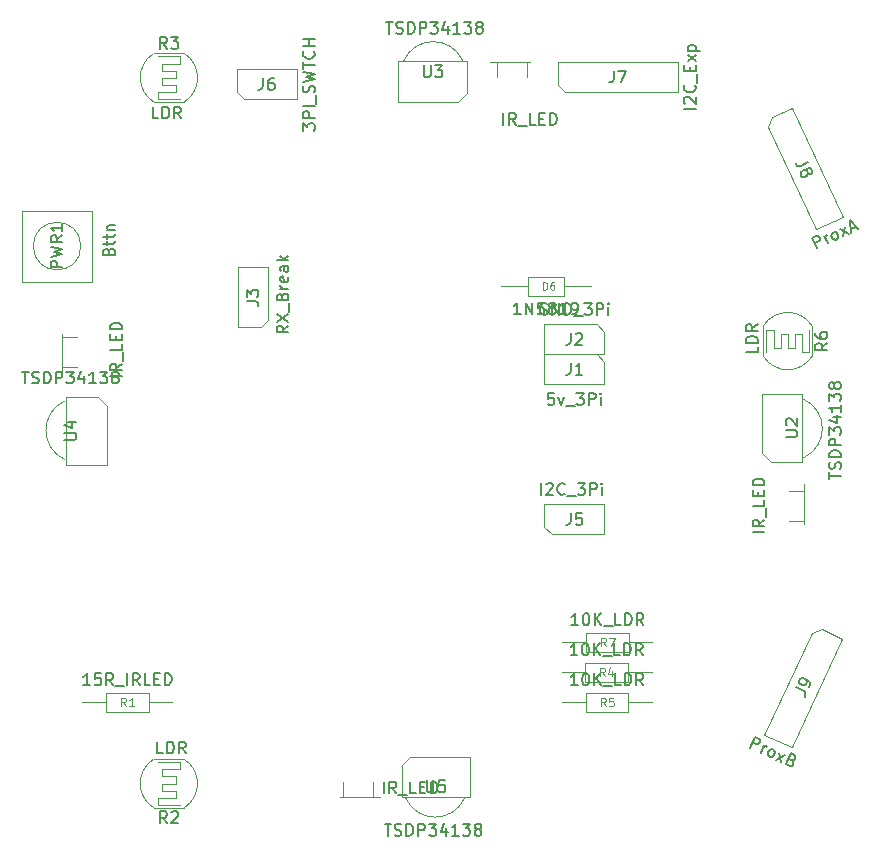
<source format=gbr>
G04 #@! TF.GenerationSoftware,KiCad,Pcbnew,7.0.5-7.0.5~ubuntu20.04.1*
G04 #@! TF.CreationDate,2023-08-30T13:21:52+01:00*
G04 #@! TF.ProjectId,Swarm-B_20230626,53776172-6d2d-4425-9f32-303233303632,rev?*
G04 #@! TF.SameCoordinates,Original*
G04 #@! TF.FileFunction,AssemblyDrawing,Top*
%FSLAX46Y46*%
G04 Gerber Fmt 4.6, Leading zero omitted, Abs format (unit mm)*
G04 Created by KiCad (PCBNEW 7.0.5-7.0.5~ubuntu20.04.1) date 2023-08-30 13:21:52*
%MOMM*%
%LPD*%
G01*
G04 APERTURE LIST*
%ADD10C,0.150000*%
%ADD11C,0.091200*%
%ADD12C,0.108000*%
%ADD13C,0.100000*%
G04 APERTURE END LIST*
D10*
X114672860Y-125051764D02*
X114672860Y-124051764D01*
X115720478Y-125051764D02*
X115387145Y-124575573D01*
X115149050Y-125051764D02*
X115149050Y-124051764D01*
X115149050Y-124051764D02*
X115530002Y-124051764D01*
X115530002Y-124051764D02*
X115625240Y-124099383D01*
X115625240Y-124099383D02*
X115672859Y-124147002D01*
X115672859Y-124147002D02*
X115720478Y-124242240D01*
X115720478Y-124242240D02*
X115720478Y-124385097D01*
X115720478Y-124385097D02*
X115672859Y-124480335D01*
X115672859Y-124480335D02*
X115625240Y-124527954D01*
X115625240Y-124527954D02*
X115530002Y-124575573D01*
X115530002Y-124575573D02*
X115149050Y-124575573D01*
X115910955Y-125147002D02*
X116672859Y-125147002D01*
X117387145Y-125051764D02*
X116910955Y-125051764D01*
X116910955Y-125051764D02*
X116910955Y-124051764D01*
X117720479Y-124527954D02*
X118053812Y-124527954D01*
X118196669Y-125051764D02*
X117720479Y-125051764D01*
X117720479Y-125051764D02*
X117720479Y-124051764D01*
X117720479Y-124051764D02*
X118196669Y-124051764D01*
X118625241Y-125051764D02*
X118625241Y-124051764D01*
X118625241Y-124051764D02*
X118863336Y-124051764D01*
X118863336Y-124051764D02*
X119006193Y-124099383D01*
X119006193Y-124099383D02*
X119101431Y-124194621D01*
X119101431Y-124194621D02*
X119149050Y-124289859D01*
X119149050Y-124289859D02*
X119196669Y-124480335D01*
X119196669Y-124480335D02*
X119196669Y-124623192D01*
X119196669Y-124623192D02*
X119149050Y-124813668D01*
X119149050Y-124813668D02*
X119101431Y-124908906D01*
X119101431Y-124908906D02*
X119006193Y-125004145D01*
X119006193Y-125004145D02*
X118863336Y-125051764D01*
X118863336Y-125051764D02*
X118625241Y-125051764D01*
X124802753Y-68448328D02*
X124802753Y-67448328D01*
X125850371Y-68448328D02*
X125517038Y-67972137D01*
X125278943Y-68448328D02*
X125278943Y-67448328D01*
X125278943Y-67448328D02*
X125659895Y-67448328D01*
X125659895Y-67448328D02*
X125755133Y-67495947D01*
X125755133Y-67495947D02*
X125802752Y-67543566D01*
X125802752Y-67543566D02*
X125850371Y-67638804D01*
X125850371Y-67638804D02*
X125850371Y-67781661D01*
X125850371Y-67781661D02*
X125802752Y-67876899D01*
X125802752Y-67876899D02*
X125755133Y-67924518D01*
X125755133Y-67924518D02*
X125659895Y-67972137D01*
X125659895Y-67972137D02*
X125278943Y-67972137D01*
X126040848Y-68543566D02*
X126802752Y-68543566D01*
X127517038Y-68448328D02*
X127040848Y-68448328D01*
X127040848Y-68448328D02*
X127040848Y-67448328D01*
X127850372Y-67924518D02*
X128183705Y-67924518D01*
X128326562Y-68448328D02*
X127850372Y-68448328D01*
X127850372Y-68448328D02*
X127850372Y-67448328D01*
X127850372Y-67448328D02*
X128326562Y-67448328D01*
X128755134Y-68448328D02*
X128755134Y-67448328D01*
X128755134Y-67448328D02*
X128993229Y-67448328D01*
X128993229Y-67448328D02*
X129136086Y-67495947D01*
X129136086Y-67495947D02*
X129231324Y-67591185D01*
X129231324Y-67591185D02*
X129278943Y-67686423D01*
X129278943Y-67686423D02*
X129326562Y-67876899D01*
X129326562Y-67876899D02*
X129326562Y-68019756D01*
X129326562Y-68019756D02*
X129278943Y-68210232D01*
X129278943Y-68210232D02*
X129231324Y-68305470D01*
X129231324Y-68305470D02*
X129136086Y-68400709D01*
X129136086Y-68400709D02*
X128993229Y-68448328D01*
X128993229Y-68448328D02*
X128755134Y-68448328D01*
X92493575Y-89702401D02*
X91493575Y-89702401D01*
X92493575Y-88654783D02*
X92017384Y-88988116D01*
X92493575Y-89226211D02*
X91493575Y-89226211D01*
X91493575Y-89226211D02*
X91493575Y-88845259D01*
X91493575Y-88845259D02*
X91541194Y-88750021D01*
X91541194Y-88750021D02*
X91588813Y-88702402D01*
X91588813Y-88702402D02*
X91684051Y-88654783D01*
X91684051Y-88654783D02*
X91826908Y-88654783D01*
X91826908Y-88654783D02*
X91922146Y-88702402D01*
X91922146Y-88702402D02*
X91969765Y-88750021D01*
X91969765Y-88750021D02*
X92017384Y-88845259D01*
X92017384Y-88845259D02*
X92017384Y-89226211D01*
X92588813Y-88464307D02*
X92588813Y-87702402D01*
X92493575Y-86988116D02*
X92493575Y-87464306D01*
X92493575Y-87464306D02*
X91493575Y-87464306D01*
X91969765Y-86654782D02*
X91969765Y-86321449D01*
X92493575Y-86178592D02*
X92493575Y-86654782D01*
X92493575Y-86654782D02*
X91493575Y-86654782D01*
X91493575Y-86654782D02*
X91493575Y-86178592D01*
X92493575Y-85750020D02*
X91493575Y-85750020D01*
X91493575Y-85750020D02*
X91493575Y-85511925D01*
X91493575Y-85511925D02*
X91541194Y-85369068D01*
X91541194Y-85369068D02*
X91636432Y-85273830D01*
X91636432Y-85273830D02*
X91731670Y-85226211D01*
X91731670Y-85226211D02*
X91922146Y-85178592D01*
X91922146Y-85178592D02*
X92065003Y-85178592D01*
X92065003Y-85178592D02*
X92255479Y-85226211D01*
X92255479Y-85226211D02*
X92350717Y-85273830D01*
X92350717Y-85273830D02*
X92445956Y-85369068D01*
X92445956Y-85369068D02*
X92493575Y-85511925D01*
X92493575Y-85511925D02*
X92493575Y-85750020D01*
X146898350Y-102921470D02*
X145898350Y-102921470D01*
X146898350Y-101873852D02*
X146422159Y-102207185D01*
X146898350Y-102445280D02*
X145898350Y-102445280D01*
X145898350Y-102445280D02*
X145898350Y-102064328D01*
X145898350Y-102064328D02*
X145945969Y-101969090D01*
X145945969Y-101969090D02*
X145993588Y-101921471D01*
X145993588Y-101921471D02*
X146088826Y-101873852D01*
X146088826Y-101873852D02*
X146231683Y-101873852D01*
X146231683Y-101873852D02*
X146326921Y-101921471D01*
X146326921Y-101921471D02*
X146374540Y-101969090D01*
X146374540Y-101969090D02*
X146422159Y-102064328D01*
X146422159Y-102064328D02*
X146422159Y-102445280D01*
X146993588Y-101683376D02*
X146993588Y-100921471D01*
X146898350Y-100207185D02*
X146898350Y-100683375D01*
X146898350Y-100683375D02*
X145898350Y-100683375D01*
X146374540Y-99873851D02*
X146374540Y-99540518D01*
X146898350Y-99397661D02*
X146898350Y-99873851D01*
X146898350Y-99873851D02*
X145898350Y-99873851D01*
X145898350Y-99873851D02*
X145898350Y-99397661D01*
X146898350Y-98969089D02*
X145898350Y-98969089D01*
X145898350Y-98969089D02*
X145898350Y-98730994D01*
X145898350Y-98730994D02*
X145945969Y-98588137D01*
X145945969Y-98588137D02*
X146041207Y-98492899D01*
X146041207Y-98492899D02*
X146136445Y-98445280D01*
X146136445Y-98445280D02*
X146326921Y-98397661D01*
X146326921Y-98397661D02*
X146469778Y-98397661D01*
X146469778Y-98397661D02*
X146660254Y-98445280D01*
X146660254Y-98445280D02*
X146755492Y-98492899D01*
X146755492Y-98492899D02*
X146850731Y-98588137D01*
X146850731Y-98588137D02*
X146898350Y-98730994D01*
X146898350Y-98730994D02*
X146898350Y-98969089D01*
X84023143Y-89334819D02*
X84594571Y-89334819D01*
X84308857Y-90334819D02*
X84308857Y-89334819D01*
X84880286Y-90287200D02*
X85023143Y-90334819D01*
X85023143Y-90334819D02*
X85261238Y-90334819D01*
X85261238Y-90334819D02*
X85356476Y-90287200D01*
X85356476Y-90287200D02*
X85404095Y-90239580D01*
X85404095Y-90239580D02*
X85451714Y-90144342D01*
X85451714Y-90144342D02*
X85451714Y-90049104D01*
X85451714Y-90049104D02*
X85404095Y-89953866D01*
X85404095Y-89953866D02*
X85356476Y-89906247D01*
X85356476Y-89906247D02*
X85261238Y-89858628D01*
X85261238Y-89858628D02*
X85070762Y-89811009D01*
X85070762Y-89811009D02*
X84975524Y-89763390D01*
X84975524Y-89763390D02*
X84927905Y-89715771D01*
X84927905Y-89715771D02*
X84880286Y-89620533D01*
X84880286Y-89620533D02*
X84880286Y-89525295D01*
X84880286Y-89525295D02*
X84927905Y-89430057D01*
X84927905Y-89430057D02*
X84975524Y-89382438D01*
X84975524Y-89382438D02*
X85070762Y-89334819D01*
X85070762Y-89334819D02*
X85308857Y-89334819D01*
X85308857Y-89334819D02*
X85451714Y-89382438D01*
X85880286Y-90334819D02*
X85880286Y-89334819D01*
X85880286Y-89334819D02*
X86118381Y-89334819D01*
X86118381Y-89334819D02*
X86261238Y-89382438D01*
X86261238Y-89382438D02*
X86356476Y-89477676D01*
X86356476Y-89477676D02*
X86404095Y-89572914D01*
X86404095Y-89572914D02*
X86451714Y-89763390D01*
X86451714Y-89763390D02*
X86451714Y-89906247D01*
X86451714Y-89906247D02*
X86404095Y-90096723D01*
X86404095Y-90096723D02*
X86356476Y-90191961D01*
X86356476Y-90191961D02*
X86261238Y-90287200D01*
X86261238Y-90287200D02*
X86118381Y-90334819D01*
X86118381Y-90334819D02*
X85880286Y-90334819D01*
X86880286Y-90334819D02*
X86880286Y-89334819D01*
X86880286Y-89334819D02*
X87261238Y-89334819D01*
X87261238Y-89334819D02*
X87356476Y-89382438D01*
X87356476Y-89382438D02*
X87404095Y-89430057D01*
X87404095Y-89430057D02*
X87451714Y-89525295D01*
X87451714Y-89525295D02*
X87451714Y-89668152D01*
X87451714Y-89668152D02*
X87404095Y-89763390D01*
X87404095Y-89763390D02*
X87356476Y-89811009D01*
X87356476Y-89811009D02*
X87261238Y-89858628D01*
X87261238Y-89858628D02*
X86880286Y-89858628D01*
X87785048Y-89334819D02*
X88404095Y-89334819D01*
X88404095Y-89334819D02*
X88070762Y-89715771D01*
X88070762Y-89715771D02*
X88213619Y-89715771D01*
X88213619Y-89715771D02*
X88308857Y-89763390D01*
X88308857Y-89763390D02*
X88356476Y-89811009D01*
X88356476Y-89811009D02*
X88404095Y-89906247D01*
X88404095Y-89906247D02*
X88404095Y-90144342D01*
X88404095Y-90144342D02*
X88356476Y-90239580D01*
X88356476Y-90239580D02*
X88308857Y-90287200D01*
X88308857Y-90287200D02*
X88213619Y-90334819D01*
X88213619Y-90334819D02*
X87927905Y-90334819D01*
X87927905Y-90334819D02*
X87832667Y-90287200D01*
X87832667Y-90287200D02*
X87785048Y-90239580D01*
X89261238Y-89668152D02*
X89261238Y-90334819D01*
X89023143Y-89287200D02*
X88785048Y-90001485D01*
X88785048Y-90001485D02*
X89404095Y-90001485D01*
X90308857Y-90334819D02*
X89737429Y-90334819D01*
X90023143Y-90334819D02*
X90023143Y-89334819D01*
X90023143Y-89334819D02*
X89927905Y-89477676D01*
X89927905Y-89477676D02*
X89832667Y-89572914D01*
X89832667Y-89572914D02*
X89737429Y-89620533D01*
X90642191Y-89334819D02*
X91261238Y-89334819D01*
X91261238Y-89334819D02*
X90927905Y-89715771D01*
X90927905Y-89715771D02*
X91070762Y-89715771D01*
X91070762Y-89715771D02*
X91166000Y-89763390D01*
X91166000Y-89763390D02*
X91213619Y-89811009D01*
X91213619Y-89811009D02*
X91261238Y-89906247D01*
X91261238Y-89906247D02*
X91261238Y-90144342D01*
X91261238Y-90144342D02*
X91213619Y-90239580D01*
X91213619Y-90239580D02*
X91166000Y-90287200D01*
X91166000Y-90287200D02*
X91070762Y-90334819D01*
X91070762Y-90334819D02*
X90785048Y-90334819D01*
X90785048Y-90334819D02*
X90689810Y-90287200D01*
X90689810Y-90287200D02*
X90642191Y-90239580D01*
X91832667Y-89763390D02*
X91737429Y-89715771D01*
X91737429Y-89715771D02*
X91689810Y-89668152D01*
X91689810Y-89668152D02*
X91642191Y-89572914D01*
X91642191Y-89572914D02*
X91642191Y-89525295D01*
X91642191Y-89525295D02*
X91689810Y-89430057D01*
X91689810Y-89430057D02*
X91737429Y-89382438D01*
X91737429Y-89382438D02*
X91832667Y-89334819D01*
X91832667Y-89334819D02*
X92023143Y-89334819D01*
X92023143Y-89334819D02*
X92118381Y-89382438D01*
X92118381Y-89382438D02*
X92166000Y-89430057D01*
X92166000Y-89430057D02*
X92213619Y-89525295D01*
X92213619Y-89525295D02*
X92213619Y-89572914D01*
X92213619Y-89572914D02*
X92166000Y-89668152D01*
X92166000Y-89668152D02*
X92118381Y-89715771D01*
X92118381Y-89715771D02*
X92023143Y-89763390D01*
X92023143Y-89763390D02*
X91832667Y-89763390D01*
X91832667Y-89763390D02*
X91737429Y-89811009D01*
X91737429Y-89811009D02*
X91689810Y-89858628D01*
X91689810Y-89858628D02*
X91642191Y-89953866D01*
X91642191Y-89953866D02*
X91642191Y-90144342D01*
X91642191Y-90144342D02*
X91689810Y-90239580D01*
X91689810Y-90239580D02*
X91737429Y-90287200D01*
X91737429Y-90287200D02*
X91832667Y-90334819D01*
X91832667Y-90334819D02*
X92023143Y-90334819D01*
X92023143Y-90334819D02*
X92118381Y-90287200D01*
X92118381Y-90287200D02*
X92166000Y-90239580D01*
X92166000Y-90239580D02*
X92213619Y-90144342D01*
X92213619Y-90144342D02*
X92213619Y-89953866D01*
X92213619Y-89953866D02*
X92166000Y-89858628D01*
X92166000Y-89858628D02*
X92118381Y-89811009D01*
X92118381Y-89811009D02*
X92023143Y-89763390D01*
X87620819Y-95094904D02*
X88430342Y-95094904D01*
X88430342Y-95094904D02*
X88525580Y-95047285D01*
X88525580Y-95047285D02*
X88573200Y-94999666D01*
X88573200Y-94999666D02*
X88620819Y-94904428D01*
X88620819Y-94904428D02*
X88620819Y-94713952D01*
X88620819Y-94713952D02*
X88573200Y-94618714D01*
X88573200Y-94618714D02*
X88525580Y-94571095D01*
X88525580Y-94571095D02*
X88430342Y-94523476D01*
X88430342Y-94523476D02*
X87620819Y-94523476D01*
X87954152Y-93618714D02*
X88620819Y-93618714D01*
X87573200Y-93856809D02*
X88287485Y-94094904D01*
X88287485Y-94094904D02*
X88287485Y-93475857D01*
X106588819Y-85446857D02*
X106112628Y-85780190D01*
X106588819Y-86018285D02*
X105588819Y-86018285D01*
X105588819Y-86018285D02*
X105588819Y-85637333D01*
X105588819Y-85637333D02*
X105636438Y-85542095D01*
X105636438Y-85542095D02*
X105684057Y-85494476D01*
X105684057Y-85494476D02*
X105779295Y-85446857D01*
X105779295Y-85446857D02*
X105922152Y-85446857D01*
X105922152Y-85446857D02*
X106017390Y-85494476D01*
X106017390Y-85494476D02*
X106065009Y-85542095D01*
X106065009Y-85542095D02*
X106112628Y-85637333D01*
X106112628Y-85637333D02*
X106112628Y-86018285D01*
X105588819Y-85113523D02*
X106588819Y-84446857D01*
X105588819Y-84446857D02*
X106588819Y-85113523D01*
X106684057Y-84304000D02*
X106684057Y-83542095D01*
X106065009Y-82970666D02*
X106112628Y-82827809D01*
X106112628Y-82827809D02*
X106160247Y-82780190D01*
X106160247Y-82780190D02*
X106255485Y-82732571D01*
X106255485Y-82732571D02*
X106398342Y-82732571D01*
X106398342Y-82732571D02*
X106493580Y-82780190D01*
X106493580Y-82780190D02*
X106541200Y-82827809D01*
X106541200Y-82827809D02*
X106588819Y-82923047D01*
X106588819Y-82923047D02*
X106588819Y-83303999D01*
X106588819Y-83303999D02*
X105588819Y-83303999D01*
X105588819Y-83303999D02*
X105588819Y-82970666D01*
X105588819Y-82970666D02*
X105636438Y-82875428D01*
X105636438Y-82875428D02*
X105684057Y-82827809D01*
X105684057Y-82827809D02*
X105779295Y-82780190D01*
X105779295Y-82780190D02*
X105874533Y-82780190D01*
X105874533Y-82780190D02*
X105969771Y-82827809D01*
X105969771Y-82827809D02*
X106017390Y-82875428D01*
X106017390Y-82875428D02*
X106065009Y-82970666D01*
X106065009Y-82970666D02*
X106065009Y-83303999D01*
X106588819Y-82303999D02*
X105922152Y-82303999D01*
X106112628Y-82303999D02*
X106017390Y-82256380D01*
X106017390Y-82256380D02*
X105969771Y-82208761D01*
X105969771Y-82208761D02*
X105922152Y-82113523D01*
X105922152Y-82113523D02*
X105922152Y-82018285D01*
X106541200Y-81303999D02*
X106588819Y-81399237D01*
X106588819Y-81399237D02*
X106588819Y-81589713D01*
X106588819Y-81589713D02*
X106541200Y-81684951D01*
X106541200Y-81684951D02*
X106445961Y-81732570D01*
X106445961Y-81732570D02*
X106065009Y-81732570D01*
X106065009Y-81732570D02*
X105969771Y-81684951D01*
X105969771Y-81684951D02*
X105922152Y-81589713D01*
X105922152Y-81589713D02*
X105922152Y-81399237D01*
X105922152Y-81399237D02*
X105969771Y-81303999D01*
X105969771Y-81303999D02*
X106065009Y-81256380D01*
X106065009Y-81256380D02*
X106160247Y-81256380D01*
X106160247Y-81256380D02*
X106255485Y-81732570D01*
X106588819Y-80399237D02*
X106065009Y-80399237D01*
X106065009Y-80399237D02*
X105969771Y-80446856D01*
X105969771Y-80446856D02*
X105922152Y-80542094D01*
X105922152Y-80542094D02*
X105922152Y-80732570D01*
X105922152Y-80732570D02*
X105969771Y-80827808D01*
X106541200Y-80399237D02*
X106588819Y-80494475D01*
X106588819Y-80494475D02*
X106588819Y-80732570D01*
X106588819Y-80732570D02*
X106541200Y-80827808D01*
X106541200Y-80827808D02*
X106445961Y-80875427D01*
X106445961Y-80875427D02*
X106350723Y-80875427D01*
X106350723Y-80875427D02*
X106255485Y-80827808D01*
X106255485Y-80827808D02*
X106207866Y-80732570D01*
X106207866Y-80732570D02*
X106207866Y-80494475D01*
X106207866Y-80494475D02*
X106160247Y-80399237D01*
X106588819Y-79923046D02*
X105588819Y-79923046D01*
X106207866Y-79827808D02*
X106588819Y-79542094D01*
X105922152Y-79542094D02*
X106303104Y-79923046D01*
X103048819Y-83391333D02*
X103763104Y-83391333D01*
X103763104Y-83391333D02*
X103905961Y-83438952D01*
X103905961Y-83438952D02*
X104001200Y-83534190D01*
X104001200Y-83534190D02*
X104048819Y-83677047D01*
X104048819Y-83677047D02*
X104048819Y-83772285D01*
X103048819Y-83010380D02*
X103048819Y-82391333D01*
X103048819Y-82391333D02*
X103429771Y-82724666D01*
X103429771Y-82724666D02*
X103429771Y-82581809D01*
X103429771Y-82581809D02*
X103477390Y-82486571D01*
X103477390Y-82486571D02*
X103525009Y-82438952D01*
X103525009Y-82438952D02*
X103620247Y-82391333D01*
X103620247Y-82391333D02*
X103858342Y-82391333D01*
X103858342Y-82391333D02*
X103953580Y-82438952D01*
X103953580Y-82438952D02*
X104001200Y-82486571D01*
X104001200Y-82486571D02*
X104048819Y-82581809D01*
X104048819Y-82581809D02*
X104048819Y-82867523D01*
X104048819Y-82867523D02*
X104001200Y-82962761D01*
X104001200Y-82962761D02*
X103953580Y-83010380D01*
X146318819Y-87238476D02*
X146318819Y-87714666D01*
X146318819Y-87714666D02*
X145318819Y-87714666D01*
X146318819Y-86905142D02*
X145318819Y-86905142D01*
X145318819Y-86905142D02*
X145318819Y-86667047D01*
X145318819Y-86667047D02*
X145366438Y-86524190D01*
X145366438Y-86524190D02*
X145461676Y-86428952D01*
X145461676Y-86428952D02*
X145556914Y-86381333D01*
X145556914Y-86381333D02*
X145747390Y-86333714D01*
X145747390Y-86333714D02*
X145890247Y-86333714D01*
X145890247Y-86333714D02*
X146080723Y-86381333D01*
X146080723Y-86381333D02*
X146175961Y-86428952D01*
X146175961Y-86428952D02*
X146271200Y-86524190D01*
X146271200Y-86524190D02*
X146318819Y-86667047D01*
X146318819Y-86667047D02*
X146318819Y-86905142D01*
X146318819Y-85333714D02*
X145842628Y-85667047D01*
X146318819Y-85905142D02*
X145318819Y-85905142D01*
X145318819Y-85905142D02*
X145318819Y-85524190D01*
X145318819Y-85524190D02*
X145366438Y-85428952D01*
X145366438Y-85428952D02*
X145414057Y-85381333D01*
X145414057Y-85381333D02*
X145509295Y-85333714D01*
X145509295Y-85333714D02*
X145652152Y-85333714D01*
X145652152Y-85333714D02*
X145747390Y-85381333D01*
X145747390Y-85381333D02*
X145795009Y-85428952D01*
X145795009Y-85428952D02*
X145842628Y-85524190D01*
X145842628Y-85524190D02*
X145842628Y-85905142D01*
X152218819Y-86914666D02*
X151742628Y-87247999D01*
X152218819Y-87486094D02*
X151218819Y-87486094D01*
X151218819Y-87486094D02*
X151218819Y-87105142D01*
X151218819Y-87105142D02*
X151266438Y-87009904D01*
X151266438Y-87009904D02*
X151314057Y-86962285D01*
X151314057Y-86962285D02*
X151409295Y-86914666D01*
X151409295Y-86914666D02*
X151552152Y-86914666D01*
X151552152Y-86914666D02*
X151647390Y-86962285D01*
X151647390Y-86962285D02*
X151695009Y-87009904D01*
X151695009Y-87009904D02*
X151742628Y-87105142D01*
X151742628Y-87105142D02*
X151742628Y-87486094D01*
X151218819Y-86057523D02*
X151218819Y-86247999D01*
X151218819Y-86247999D02*
X151266438Y-86343237D01*
X151266438Y-86343237D02*
X151314057Y-86390856D01*
X151314057Y-86390856D02*
X151456914Y-86486094D01*
X151456914Y-86486094D02*
X151647390Y-86533713D01*
X151647390Y-86533713D02*
X152028342Y-86533713D01*
X152028342Y-86533713D02*
X152123580Y-86486094D01*
X152123580Y-86486094D02*
X152171200Y-86438475D01*
X152171200Y-86438475D02*
X152218819Y-86343237D01*
X152218819Y-86343237D02*
X152218819Y-86152761D01*
X152218819Y-86152761D02*
X152171200Y-86057523D01*
X152171200Y-86057523D02*
X152123580Y-86009904D01*
X152123580Y-86009904D02*
X152028342Y-85962285D01*
X152028342Y-85962285D02*
X151790247Y-85962285D01*
X151790247Y-85962285D02*
X151695009Y-86009904D01*
X151695009Y-86009904D02*
X151647390Y-86057523D01*
X151647390Y-86057523D02*
X151599771Y-86152761D01*
X151599771Y-86152761D02*
X151599771Y-86343237D01*
X151599771Y-86343237D02*
X151647390Y-86438475D01*
X151647390Y-86438475D02*
X151695009Y-86486094D01*
X151695009Y-86486094D02*
X151790247Y-86533713D01*
X126256142Y-84484819D02*
X125684714Y-84484819D01*
X125970428Y-84484819D02*
X125970428Y-83484819D01*
X125970428Y-83484819D02*
X125875190Y-83627676D01*
X125875190Y-83627676D02*
X125779952Y-83722914D01*
X125779952Y-83722914D02*
X125684714Y-83770533D01*
X126684714Y-84484819D02*
X126684714Y-83484819D01*
X126684714Y-83484819D02*
X127256142Y-84484819D01*
X127256142Y-84484819D02*
X127256142Y-83484819D01*
X128208523Y-83484819D02*
X127732333Y-83484819D01*
X127732333Y-83484819D02*
X127684714Y-83961009D01*
X127684714Y-83961009D02*
X127732333Y-83913390D01*
X127732333Y-83913390D02*
X127827571Y-83865771D01*
X127827571Y-83865771D02*
X128065666Y-83865771D01*
X128065666Y-83865771D02*
X128160904Y-83913390D01*
X128160904Y-83913390D02*
X128208523Y-83961009D01*
X128208523Y-83961009D02*
X128256142Y-84056247D01*
X128256142Y-84056247D02*
X128256142Y-84294342D01*
X128256142Y-84294342D02*
X128208523Y-84389580D01*
X128208523Y-84389580D02*
X128160904Y-84437200D01*
X128160904Y-84437200D02*
X128065666Y-84484819D01*
X128065666Y-84484819D02*
X127827571Y-84484819D01*
X127827571Y-84484819D02*
X127732333Y-84437200D01*
X127732333Y-84437200D02*
X127684714Y-84389580D01*
X128827571Y-83913390D02*
X128732333Y-83865771D01*
X128732333Y-83865771D02*
X128684714Y-83818152D01*
X128684714Y-83818152D02*
X128637095Y-83722914D01*
X128637095Y-83722914D02*
X128637095Y-83675295D01*
X128637095Y-83675295D02*
X128684714Y-83580057D01*
X128684714Y-83580057D02*
X128732333Y-83532438D01*
X128732333Y-83532438D02*
X128827571Y-83484819D01*
X128827571Y-83484819D02*
X129018047Y-83484819D01*
X129018047Y-83484819D02*
X129113285Y-83532438D01*
X129113285Y-83532438D02*
X129160904Y-83580057D01*
X129160904Y-83580057D02*
X129208523Y-83675295D01*
X129208523Y-83675295D02*
X129208523Y-83722914D01*
X129208523Y-83722914D02*
X129160904Y-83818152D01*
X129160904Y-83818152D02*
X129113285Y-83865771D01*
X129113285Y-83865771D02*
X129018047Y-83913390D01*
X129018047Y-83913390D02*
X128827571Y-83913390D01*
X128827571Y-83913390D02*
X128732333Y-83961009D01*
X128732333Y-83961009D02*
X128684714Y-84008628D01*
X128684714Y-84008628D02*
X128637095Y-84103866D01*
X128637095Y-84103866D02*
X128637095Y-84294342D01*
X128637095Y-84294342D02*
X128684714Y-84389580D01*
X128684714Y-84389580D02*
X128732333Y-84437200D01*
X128732333Y-84437200D02*
X128827571Y-84484819D01*
X128827571Y-84484819D02*
X129018047Y-84484819D01*
X129018047Y-84484819D02*
X129113285Y-84437200D01*
X129113285Y-84437200D02*
X129160904Y-84389580D01*
X129160904Y-84389580D02*
X129208523Y-84294342D01*
X129208523Y-84294342D02*
X129208523Y-84103866D01*
X129208523Y-84103866D02*
X129160904Y-84008628D01*
X129160904Y-84008628D02*
X129113285Y-83961009D01*
X129113285Y-83961009D02*
X129018047Y-83913390D01*
X130160904Y-84484819D02*
X129589476Y-84484819D01*
X129875190Y-84484819D02*
X129875190Y-83484819D01*
X129875190Y-83484819D02*
X129779952Y-83627676D01*
X129779952Y-83627676D02*
X129684714Y-83722914D01*
X129684714Y-83722914D02*
X129589476Y-83770533D01*
X130637095Y-84484819D02*
X130827571Y-84484819D01*
X130827571Y-84484819D02*
X130922809Y-84437200D01*
X130922809Y-84437200D02*
X130970428Y-84389580D01*
X130970428Y-84389580D02*
X131065666Y-84246723D01*
X131065666Y-84246723D02*
X131113285Y-84056247D01*
X131113285Y-84056247D02*
X131113285Y-83675295D01*
X131113285Y-83675295D02*
X131065666Y-83580057D01*
X131065666Y-83580057D02*
X131018047Y-83532438D01*
X131018047Y-83532438D02*
X130922809Y-83484819D01*
X130922809Y-83484819D02*
X130732333Y-83484819D01*
X130732333Y-83484819D02*
X130637095Y-83532438D01*
X130637095Y-83532438D02*
X130589476Y-83580057D01*
X130589476Y-83580057D02*
X130541857Y-83675295D01*
X130541857Y-83675295D02*
X130541857Y-83913390D01*
X130541857Y-83913390D02*
X130589476Y-84008628D01*
X130589476Y-84008628D02*
X130637095Y-84056247D01*
X130637095Y-84056247D02*
X130732333Y-84103866D01*
X130732333Y-84103866D02*
X130922809Y-84103866D01*
X130922809Y-84103866D02*
X131018047Y-84056247D01*
X131018047Y-84056247D02*
X131065666Y-84008628D01*
X131065666Y-84008628D02*
X131113285Y-83913390D01*
D11*
X128178237Y-82386529D02*
X128178237Y-81778529D01*
X128178237Y-81778529D02*
X128322999Y-81778529D01*
X128322999Y-81778529D02*
X128409856Y-81807481D01*
X128409856Y-81807481D02*
X128467761Y-81865386D01*
X128467761Y-81865386D02*
X128496714Y-81923291D01*
X128496714Y-81923291D02*
X128525666Y-82039100D01*
X128525666Y-82039100D02*
X128525666Y-82125957D01*
X128525666Y-82125957D02*
X128496714Y-82241767D01*
X128496714Y-82241767D02*
X128467761Y-82299672D01*
X128467761Y-82299672D02*
X128409856Y-82357577D01*
X128409856Y-82357577D02*
X128322999Y-82386529D01*
X128322999Y-82386529D02*
X128178237Y-82386529D01*
X129046809Y-81778529D02*
X128930999Y-81778529D01*
X128930999Y-81778529D02*
X128873095Y-81807481D01*
X128873095Y-81807481D02*
X128844142Y-81836434D01*
X128844142Y-81836434D02*
X128786237Y-81923291D01*
X128786237Y-81923291D02*
X128757285Y-82039100D01*
X128757285Y-82039100D02*
X128757285Y-82270719D01*
X128757285Y-82270719D02*
X128786237Y-82328624D01*
X128786237Y-82328624D02*
X128815190Y-82357577D01*
X128815190Y-82357577D02*
X128873095Y-82386529D01*
X128873095Y-82386529D02*
X128988904Y-82386529D01*
X128988904Y-82386529D02*
X129046809Y-82357577D01*
X129046809Y-82357577D02*
X129075761Y-82328624D01*
X129075761Y-82328624D02*
X129104714Y-82270719D01*
X129104714Y-82270719D02*
X129104714Y-82125957D01*
X129104714Y-82125957D02*
X129075761Y-82068053D01*
X129075761Y-82068053D02*
X129046809Y-82039100D01*
X129046809Y-82039100D02*
X128988904Y-82010148D01*
X128988904Y-82010148D02*
X128873095Y-82010148D01*
X128873095Y-82010148D02*
X128815190Y-82039100D01*
X128815190Y-82039100D02*
X128786237Y-82068053D01*
X128786237Y-82068053D02*
X128757285Y-82125957D01*
D10*
X127984572Y-99768819D02*
X127984572Y-98768819D01*
X128413143Y-98864057D02*
X128460762Y-98816438D01*
X128460762Y-98816438D02*
X128556000Y-98768819D01*
X128556000Y-98768819D02*
X128794095Y-98768819D01*
X128794095Y-98768819D02*
X128889333Y-98816438D01*
X128889333Y-98816438D02*
X128936952Y-98864057D01*
X128936952Y-98864057D02*
X128984571Y-98959295D01*
X128984571Y-98959295D02*
X128984571Y-99054533D01*
X128984571Y-99054533D02*
X128936952Y-99197390D01*
X128936952Y-99197390D02*
X128365524Y-99768819D01*
X128365524Y-99768819D02*
X128984571Y-99768819D01*
X129984571Y-99673580D02*
X129936952Y-99721200D01*
X129936952Y-99721200D02*
X129794095Y-99768819D01*
X129794095Y-99768819D02*
X129698857Y-99768819D01*
X129698857Y-99768819D02*
X129556000Y-99721200D01*
X129556000Y-99721200D02*
X129460762Y-99625961D01*
X129460762Y-99625961D02*
X129413143Y-99530723D01*
X129413143Y-99530723D02*
X129365524Y-99340247D01*
X129365524Y-99340247D02*
X129365524Y-99197390D01*
X129365524Y-99197390D02*
X129413143Y-99006914D01*
X129413143Y-99006914D02*
X129460762Y-98911676D01*
X129460762Y-98911676D02*
X129556000Y-98816438D01*
X129556000Y-98816438D02*
X129698857Y-98768819D01*
X129698857Y-98768819D02*
X129794095Y-98768819D01*
X129794095Y-98768819D02*
X129936952Y-98816438D01*
X129936952Y-98816438D02*
X129984571Y-98864057D01*
X130175048Y-99864057D02*
X130936952Y-99864057D01*
X131079810Y-98768819D02*
X131698857Y-98768819D01*
X131698857Y-98768819D02*
X131365524Y-99149771D01*
X131365524Y-99149771D02*
X131508381Y-99149771D01*
X131508381Y-99149771D02*
X131603619Y-99197390D01*
X131603619Y-99197390D02*
X131651238Y-99245009D01*
X131651238Y-99245009D02*
X131698857Y-99340247D01*
X131698857Y-99340247D02*
X131698857Y-99578342D01*
X131698857Y-99578342D02*
X131651238Y-99673580D01*
X131651238Y-99673580D02*
X131603619Y-99721200D01*
X131603619Y-99721200D02*
X131508381Y-99768819D01*
X131508381Y-99768819D02*
X131222667Y-99768819D01*
X131222667Y-99768819D02*
X131127429Y-99721200D01*
X131127429Y-99721200D02*
X131079810Y-99673580D01*
X132127429Y-99768819D02*
X132127429Y-98768819D01*
X132127429Y-98768819D02*
X132508381Y-98768819D01*
X132508381Y-98768819D02*
X132603619Y-98816438D01*
X132603619Y-98816438D02*
X132651238Y-98864057D01*
X132651238Y-98864057D02*
X132698857Y-98959295D01*
X132698857Y-98959295D02*
X132698857Y-99102152D01*
X132698857Y-99102152D02*
X132651238Y-99197390D01*
X132651238Y-99197390D02*
X132603619Y-99245009D01*
X132603619Y-99245009D02*
X132508381Y-99292628D01*
X132508381Y-99292628D02*
X132127429Y-99292628D01*
X133127429Y-99768819D02*
X133127429Y-99102152D01*
X133127429Y-98768819D02*
X133079810Y-98816438D01*
X133079810Y-98816438D02*
X133127429Y-98864057D01*
X133127429Y-98864057D02*
X133175048Y-98816438D01*
X133175048Y-98816438D02*
X133127429Y-98768819D01*
X133127429Y-98768819D02*
X133127429Y-98864057D01*
X130476666Y-101308819D02*
X130476666Y-102023104D01*
X130476666Y-102023104D02*
X130429047Y-102165961D01*
X130429047Y-102165961D02*
X130333809Y-102261200D01*
X130333809Y-102261200D02*
X130190952Y-102308819D01*
X130190952Y-102308819D02*
X130095714Y-102308819D01*
X131429047Y-101308819D02*
X130952857Y-101308819D01*
X130952857Y-101308819D02*
X130905238Y-101785009D01*
X130905238Y-101785009D02*
X130952857Y-101737390D01*
X130952857Y-101737390D02*
X131048095Y-101689771D01*
X131048095Y-101689771D02*
X131286190Y-101689771D01*
X131286190Y-101689771D02*
X131381428Y-101737390D01*
X131381428Y-101737390D02*
X131429047Y-101785009D01*
X131429047Y-101785009D02*
X131476666Y-101880247D01*
X131476666Y-101880247D02*
X131476666Y-102118342D01*
X131476666Y-102118342D02*
X131429047Y-102213580D01*
X131429047Y-102213580D02*
X131381428Y-102261200D01*
X131381428Y-102261200D02*
X131286190Y-102308819D01*
X131286190Y-102308819D02*
X131048095Y-102308819D01*
X131048095Y-102308819D02*
X130952857Y-102261200D01*
X130952857Y-102261200D02*
X130905238Y-102213580D01*
X128452857Y-83576438D02*
X128357619Y-83528819D01*
X128357619Y-83528819D02*
X128214762Y-83528819D01*
X128214762Y-83528819D02*
X128071905Y-83576438D01*
X128071905Y-83576438D02*
X127976667Y-83671676D01*
X127976667Y-83671676D02*
X127929048Y-83766914D01*
X127929048Y-83766914D02*
X127881429Y-83957390D01*
X127881429Y-83957390D02*
X127881429Y-84100247D01*
X127881429Y-84100247D02*
X127929048Y-84290723D01*
X127929048Y-84290723D02*
X127976667Y-84385961D01*
X127976667Y-84385961D02*
X128071905Y-84481200D01*
X128071905Y-84481200D02*
X128214762Y-84528819D01*
X128214762Y-84528819D02*
X128310000Y-84528819D01*
X128310000Y-84528819D02*
X128452857Y-84481200D01*
X128452857Y-84481200D02*
X128500476Y-84433580D01*
X128500476Y-84433580D02*
X128500476Y-84100247D01*
X128500476Y-84100247D02*
X128310000Y-84100247D01*
X128929048Y-84528819D02*
X128929048Y-83528819D01*
X128929048Y-83528819D02*
X129500476Y-84528819D01*
X129500476Y-84528819D02*
X129500476Y-83528819D01*
X129976667Y-84528819D02*
X129976667Y-83528819D01*
X129976667Y-83528819D02*
X130214762Y-83528819D01*
X130214762Y-83528819D02*
X130357619Y-83576438D01*
X130357619Y-83576438D02*
X130452857Y-83671676D01*
X130452857Y-83671676D02*
X130500476Y-83766914D01*
X130500476Y-83766914D02*
X130548095Y-83957390D01*
X130548095Y-83957390D02*
X130548095Y-84100247D01*
X130548095Y-84100247D02*
X130500476Y-84290723D01*
X130500476Y-84290723D02*
X130452857Y-84385961D01*
X130452857Y-84385961D02*
X130357619Y-84481200D01*
X130357619Y-84481200D02*
X130214762Y-84528819D01*
X130214762Y-84528819D02*
X129976667Y-84528819D01*
X130738572Y-84624057D02*
X131500476Y-84624057D01*
X131643334Y-83528819D02*
X132262381Y-83528819D01*
X132262381Y-83528819D02*
X131929048Y-83909771D01*
X131929048Y-83909771D02*
X132071905Y-83909771D01*
X132071905Y-83909771D02*
X132167143Y-83957390D01*
X132167143Y-83957390D02*
X132214762Y-84005009D01*
X132214762Y-84005009D02*
X132262381Y-84100247D01*
X132262381Y-84100247D02*
X132262381Y-84338342D01*
X132262381Y-84338342D02*
X132214762Y-84433580D01*
X132214762Y-84433580D02*
X132167143Y-84481200D01*
X132167143Y-84481200D02*
X132071905Y-84528819D01*
X132071905Y-84528819D02*
X131786191Y-84528819D01*
X131786191Y-84528819D02*
X131690953Y-84481200D01*
X131690953Y-84481200D02*
X131643334Y-84433580D01*
X132690953Y-84528819D02*
X132690953Y-83528819D01*
X132690953Y-83528819D02*
X133071905Y-83528819D01*
X133071905Y-83528819D02*
X133167143Y-83576438D01*
X133167143Y-83576438D02*
X133214762Y-83624057D01*
X133214762Y-83624057D02*
X133262381Y-83719295D01*
X133262381Y-83719295D02*
X133262381Y-83862152D01*
X133262381Y-83862152D02*
X133214762Y-83957390D01*
X133214762Y-83957390D02*
X133167143Y-84005009D01*
X133167143Y-84005009D02*
X133071905Y-84052628D01*
X133071905Y-84052628D02*
X132690953Y-84052628D01*
X133690953Y-84528819D02*
X133690953Y-83862152D01*
X133690953Y-83528819D02*
X133643334Y-83576438D01*
X133643334Y-83576438D02*
X133690953Y-83624057D01*
X133690953Y-83624057D02*
X133738572Y-83576438D01*
X133738572Y-83576438D02*
X133690953Y-83528819D01*
X133690953Y-83528819D02*
X133690953Y-83624057D01*
X130476666Y-86068819D02*
X130476666Y-86783104D01*
X130476666Y-86783104D02*
X130429047Y-86925961D01*
X130429047Y-86925961D02*
X130333809Y-87021200D01*
X130333809Y-87021200D02*
X130190952Y-87068819D01*
X130190952Y-87068819D02*
X130095714Y-87068819D01*
X130905238Y-86164057D02*
X130952857Y-86116438D01*
X130952857Y-86116438D02*
X131048095Y-86068819D01*
X131048095Y-86068819D02*
X131286190Y-86068819D01*
X131286190Y-86068819D02*
X131381428Y-86116438D01*
X131381428Y-86116438D02*
X131429047Y-86164057D01*
X131429047Y-86164057D02*
X131476666Y-86259295D01*
X131476666Y-86259295D02*
X131476666Y-86354533D01*
X131476666Y-86354533D02*
X131429047Y-86497390D01*
X131429047Y-86497390D02*
X130857619Y-87068819D01*
X130857619Y-87068819D02*
X131476666Y-87068819D01*
X129071904Y-91148819D02*
X128595714Y-91148819D01*
X128595714Y-91148819D02*
X128548095Y-91625009D01*
X128548095Y-91625009D02*
X128595714Y-91577390D01*
X128595714Y-91577390D02*
X128690952Y-91529771D01*
X128690952Y-91529771D02*
X128929047Y-91529771D01*
X128929047Y-91529771D02*
X129024285Y-91577390D01*
X129024285Y-91577390D02*
X129071904Y-91625009D01*
X129071904Y-91625009D02*
X129119523Y-91720247D01*
X129119523Y-91720247D02*
X129119523Y-91958342D01*
X129119523Y-91958342D02*
X129071904Y-92053580D01*
X129071904Y-92053580D02*
X129024285Y-92101200D01*
X129024285Y-92101200D02*
X128929047Y-92148819D01*
X128929047Y-92148819D02*
X128690952Y-92148819D01*
X128690952Y-92148819D02*
X128595714Y-92101200D01*
X128595714Y-92101200D02*
X128548095Y-92053580D01*
X129452857Y-91482152D02*
X129690952Y-92148819D01*
X129690952Y-92148819D02*
X129929047Y-91482152D01*
X130071905Y-92244057D02*
X130833809Y-92244057D01*
X130976667Y-91148819D02*
X131595714Y-91148819D01*
X131595714Y-91148819D02*
X131262381Y-91529771D01*
X131262381Y-91529771D02*
X131405238Y-91529771D01*
X131405238Y-91529771D02*
X131500476Y-91577390D01*
X131500476Y-91577390D02*
X131548095Y-91625009D01*
X131548095Y-91625009D02*
X131595714Y-91720247D01*
X131595714Y-91720247D02*
X131595714Y-91958342D01*
X131595714Y-91958342D02*
X131548095Y-92053580D01*
X131548095Y-92053580D02*
X131500476Y-92101200D01*
X131500476Y-92101200D02*
X131405238Y-92148819D01*
X131405238Y-92148819D02*
X131119524Y-92148819D01*
X131119524Y-92148819D02*
X131024286Y-92101200D01*
X131024286Y-92101200D02*
X130976667Y-92053580D01*
X132024286Y-92148819D02*
X132024286Y-91148819D01*
X132024286Y-91148819D02*
X132405238Y-91148819D01*
X132405238Y-91148819D02*
X132500476Y-91196438D01*
X132500476Y-91196438D02*
X132548095Y-91244057D01*
X132548095Y-91244057D02*
X132595714Y-91339295D01*
X132595714Y-91339295D02*
X132595714Y-91482152D01*
X132595714Y-91482152D02*
X132548095Y-91577390D01*
X132548095Y-91577390D02*
X132500476Y-91625009D01*
X132500476Y-91625009D02*
X132405238Y-91672628D01*
X132405238Y-91672628D02*
X132024286Y-91672628D01*
X133024286Y-92148819D02*
X133024286Y-91482152D01*
X133024286Y-91148819D02*
X132976667Y-91196438D01*
X132976667Y-91196438D02*
X133024286Y-91244057D01*
X133024286Y-91244057D02*
X133071905Y-91196438D01*
X133071905Y-91196438D02*
X133024286Y-91148819D01*
X133024286Y-91148819D02*
X133024286Y-91244057D01*
X130476666Y-88608819D02*
X130476666Y-89323104D01*
X130476666Y-89323104D02*
X130429047Y-89465961D01*
X130429047Y-89465961D02*
X130333809Y-89561200D01*
X130333809Y-89561200D02*
X130190952Y-89608819D01*
X130190952Y-89608819D02*
X130095714Y-89608819D01*
X131476666Y-89608819D02*
X130905238Y-89608819D01*
X131190952Y-89608819D02*
X131190952Y-88608819D01*
X131190952Y-88608819D02*
X131095714Y-88751676D01*
X131095714Y-88751676D02*
X131000476Y-88846914D01*
X131000476Y-88846914D02*
X130905238Y-88894533D01*
X89797333Y-115882819D02*
X89225905Y-115882819D01*
X89511619Y-115882819D02*
X89511619Y-114882819D01*
X89511619Y-114882819D02*
X89416381Y-115025676D01*
X89416381Y-115025676D02*
X89321143Y-115120914D01*
X89321143Y-115120914D02*
X89225905Y-115168533D01*
X90702095Y-114882819D02*
X90225905Y-114882819D01*
X90225905Y-114882819D02*
X90178286Y-115359009D01*
X90178286Y-115359009D02*
X90225905Y-115311390D01*
X90225905Y-115311390D02*
X90321143Y-115263771D01*
X90321143Y-115263771D02*
X90559238Y-115263771D01*
X90559238Y-115263771D02*
X90654476Y-115311390D01*
X90654476Y-115311390D02*
X90702095Y-115359009D01*
X90702095Y-115359009D02*
X90749714Y-115454247D01*
X90749714Y-115454247D02*
X90749714Y-115692342D01*
X90749714Y-115692342D02*
X90702095Y-115787580D01*
X90702095Y-115787580D02*
X90654476Y-115835200D01*
X90654476Y-115835200D02*
X90559238Y-115882819D01*
X90559238Y-115882819D02*
X90321143Y-115882819D01*
X90321143Y-115882819D02*
X90225905Y-115835200D01*
X90225905Y-115835200D02*
X90178286Y-115787580D01*
X91749714Y-115882819D02*
X91416381Y-115406628D01*
X91178286Y-115882819D02*
X91178286Y-114882819D01*
X91178286Y-114882819D02*
X91559238Y-114882819D01*
X91559238Y-114882819D02*
X91654476Y-114930438D01*
X91654476Y-114930438D02*
X91702095Y-114978057D01*
X91702095Y-114978057D02*
X91749714Y-115073295D01*
X91749714Y-115073295D02*
X91749714Y-115216152D01*
X91749714Y-115216152D02*
X91702095Y-115311390D01*
X91702095Y-115311390D02*
X91654476Y-115359009D01*
X91654476Y-115359009D02*
X91559238Y-115406628D01*
X91559238Y-115406628D02*
X91178286Y-115406628D01*
X91940191Y-115978057D02*
X92702095Y-115978057D01*
X92940191Y-115882819D02*
X92940191Y-114882819D01*
X93987809Y-115882819D02*
X93654476Y-115406628D01*
X93416381Y-115882819D02*
X93416381Y-114882819D01*
X93416381Y-114882819D02*
X93797333Y-114882819D01*
X93797333Y-114882819D02*
X93892571Y-114930438D01*
X93892571Y-114930438D02*
X93940190Y-114978057D01*
X93940190Y-114978057D02*
X93987809Y-115073295D01*
X93987809Y-115073295D02*
X93987809Y-115216152D01*
X93987809Y-115216152D02*
X93940190Y-115311390D01*
X93940190Y-115311390D02*
X93892571Y-115359009D01*
X93892571Y-115359009D02*
X93797333Y-115406628D01*
X93797333Y-115406628D02*
X93416381Y-115406628D01*
X94892571Y-115882819D02*
X94416381Y-115882819D01*
X94416381Y-115882819D02*
X94416381Y-114882819D01*
X95225905Y-115359009D02*
X95559238Y-115359009D01*
X95702095Y-115882819D02*
X95225905Y-115882819D01*
X95225905Y-115882819D02*
X95225905Y-114882819D01*
X95225905Y-114882819D02*
X95702095Y-114882819D01*
X96130667Y-115882819D02*
X96130667Y-114882819D01*
X96130667Y-114882819D02*
X96368762Y-114882819D01*
X96368762Y-114882819D02*
X96511619Y-114930438D01*
X96511619Y-114930438D02*
X96606857Y-115025676D01*
X96606857Y-115025676D02*
X96654476Y-115120914D01*
X96654476Y-115120914D02*
X96702095Y-115311390D01*
X96702095Y-115311390D02*
X96702095Y-115454247D01*
X96702095Y-115454247D02*
X96654476Y-115644723D01*
X96654476Y-115644723D02*
X96606857Y-115739961D01*
X96606857Y-115739961D02*
X96511619Y-115835200D01*
X96511619Y-115835200D02*
X96368762Y-115882819D01*
X96368762Y-115882819D02*
X96130667Y-115882819D01*
D12*
X92844000Y-117675469D02*
X92604000Y-117332612D01*
X92432571Y-117675469D02*
X92432571Y-116955469D01*
X92432571Y-116955469D02*
X92706857Y-116955469D01*
X92706857Y-116955469D02*
X92775428Y-116989755D01*
X92775428Y-116989755D02*
X92809714Y-117024041D01*
X92809714Y-117024041D02*
X92844000Y-117092612D01*
X92844000Y-117092612D02*
X92844000Y-117195469D01*
X92844000Y-117195469D02*
X92809714Y-117264041D01*
X92809714Y-117264041D02*
X92775428Y-117298326D01*
X92775428Y-117298326D02*
X92706857Y-117332612D01*
X92706857Y-117332612D02*
X92432571Y-117332612D01*
X93529714Y-117675469D02*
X93118285Y-117675469D01*
X93324000Y-117675469D02*
X93324000Y-116955469D01*
X93324000Y-116955469D02*
X93255428Y-117058326D01*
X93255428Y-117058326D02*
X93186857Y-117126898D01*
X93186857Y-117126898D02*
X93118285Y-117161184D01*
D10*
X131097809Y-115882819D02*
X130526381Y-115882819D01*
X130812095Y-115882819D02*
X130812095Y-114882819D01*
X130812095Y-114882819D02*
X130716857Y-115025676D01*
X130716857Y-115025676D02*
X130621619Y-115120914D01*
X130621619Y-115120914D02*
X130526381Y-115168533D01*
X131716857Y-114882819D02*
X131812095Y-114882819D01*
X131812095Y-114882819D02*
X131907333Y-114930438D01*
X131907333Y-114930438D02*
X131954952Y-114978057D01*
X131954952Y-114978057D02*
X132002571Y-115073295D01*
X132002571Y-115073295D02*
X132050190Y-115263771D01*
X132050190Y-115263771D02*
X132050190Y-115501866D01*
X132050190Y-115501866D02*
X132002571Y-115692342D01*
X132002571Y-115692342D02*
X131954952Y-115787580D01*
X131954952Y-115787580D02*
X131907333Y-115835200D01*
X131907333Y-115835200D02*
X131812095Y-115882819D01*
X131812095Y-115882819D02*
X131716857Y-115882819D01*
X131716857Y-115882819D02*
X131621619Y-115835200D01*
X131621619Y-115835200D02*
X131574000Y-115787580D01*
X131574000Y-115787580D02*
X131526381Y-115692342D01*
X131526381Y-115692342D02*
X131478762Y-115501866D01*
X131478762Y-115501866D02*
X131478762Y-115263771D01*
X131478762Y-115263771D02*
X131526381Y-115073295D01*
X131526381Y-115073295D02*
X131574000Y-114978057D01*
X131574000Y-114978057D02*
X131621619Y-114930438D01*
X131621619Y-114930438D02*
X131716857Y-114882819D01*
X132478762Y-115882819D02*
X132478762Y-114882819D01*
X133050190Y-115882819D02*
X132621619Y-115311390D01*
X133050190Y-114882819D02*
X132478762Y-115454247D01*
X133240667Y-115978057D02*
X134002571Y-115978057D01*
X134716857Y-115882819D02*
X134240667Y-115882819D01*
X134240667Y-115882819D02*
X134240667Y-114882819D01*
X135050191Y-115882819D02*
X135050191Y-114882819D01*
X135050191Y-114882819D02*
X135288286Y-114882819D01*
X135288286Y-114882819D02*
X135431143Y-114930438D01*
X135431143Y-114930438D02*
X135526381Y-115025676D01*
X135526381Y-115025676D02*
X135574000Y-115120914D01*
X135574000Y-115120914D02*
X135621619Y-115311390D01*
X135621619Y-115311390D02*
X135621619Y-115454247D01*
X135621619Y-115454247D02*
X135574000Y-115644723D01*
X135574000Y-115644723D02*
X135526381Y-115739961D01*
X135526381Y-115739961D02*
X135431143Y-115835200D01*
X135431143Y-115835200D02*
X135288286Y-115882819D01*
X135288286Y-115882819D02*
X135050191Y-115882819D01*
X136621619Y-115882819D02*
X136288286Y-115406628D01*
X136050191Y-115882819D02*
X136050191Y-114882819D01*
X136050191Y-114882819D02*
X136431143Y-114882819D01*
X136431143Y-114882819D02*
X136526381Y-114930438D01*
X136526381Y-114930438D02*
X136574000Y-114978057D01*
X136574000Y-114978057D02*
X136621619Y-115073295D01*
X136621619Y-115073295D02*
X136621619Y-115216152D01*
X136621619Y-115216152D02*
X136574000Y-115311390D01*
X136574000Y-115311390D02*
X136526381Y-115359009D01*
X136526381Y-115359009D02*
X136431143Y-115406628D01*
X136431143Y-115406628D02*
X136050191Y-115406628D01*
D12*
X133454000Y-117675469D02*
X133214000Y-117332612D01*
X133042571Y-117675469D02*
X133042571Y-116955469D01*
X133042571Y-116955469D02*
X133316857Y-116955469D01*
X133316857Y-116955469D02*
X133385428Y-116989755D01*
X133385428Y-116989755D02*
X133419714Y-117024041D01*
X133419714Y-117024041D02*
X133454000Y-117092612D01*
X133454000Y-117092612D02*
X133454000Y-117195469D01*
X133454000Y-117195469D02*
X133419714Y-117264041D01*
X133419714Y-117264041D02*
X133385428Y-117298326D01*
X133385428Y-117298326D02*
X133316857Y-117332612D01*
X133316857Y-117332612D02*
X133042571Y-117332612D01*
X134105428Y-116955469D02*
X133762571Y-116955469D01*
X133762571Y-116955469D02*
X133728285Y-117298326D01*
X133728285Y-117298326D02*
X133762571Y-117264041D01*
X133762571Y-117264041D02*
X133831143Y-117229755D01*
X133831143Y-117229755D02*
X134002571Y-117229755D01*
X134002571Y-117229755D02*
X134071143Y-117264041D01*
X134071143Y-117264041D02*
X134105428Y-117298326D01*
X134105428Y-117298326D02*
X134139714Y-117366898D01*
X134139714Y-117366898D02*
X134139714Y-117538326D01*
X134139714Y-117538326D02*
X134105428Y-117606898D01*
X134105428Y-117606898D02*
X134071143Y-117641184D01*
X134071143Y-117641184D02*
X134002571Y-117675469D01*
X134002571Y-117675469D02*
X133831143Y-117675469D01*
X133831143Y-117675469D02*
X133762571Y-117641184D01*
X133762571Y-117641184D02*
X133728285Y-117606898D01*
D10*
X107816819Y-68928761D02*
X107816819Y-68309714D01*
X107816819Y-68309714D02*
X108197771Y-68643047D01*
X108197771Y-68643047D02*
X108197771Y-68500190D01*
X108197771Y-68500190D02*
X108245390Y-68404952D01*
X108245390Y-68404952D02*
X108293009Y-68357333D01*
X108293009Y-68357333D02*
X108388247Y-68309714D01*
X108388247Y-68309714D02*
X108626342Y-68309714D01*
X108626342Y-68309714D02*
X108721580Y-68357333D01*
X108721580Y-68357333D02*
X108769200Y-68404952D01*
X108769200Y-68404952D02*
X108816819Y-68500190D01*
X108816819Y-68500190D02*
X108816819Y-68785904D01*
X108816819Y-68785904D02*
X108769200Y-68881142D01*
X108769200Y-68881142D02*
X108721580Y-68928761D01*
X108816819Y-67881142D02*
X107816819Y-67881142D01*
X107816819Y-67881142D02*
X107816819Y-67500190D01*
X107816819Y-67500190D02*
X107864438Y-67404952D01*
X107864438Y-67404952D02*
X107912057Y-67357333D01*
X107912057Y-67357333D02*
X108007295Y-67309714D01*
X108007295Y-67309714D02*
X108150152Y-67309714D01*
X108150152Y-67309714D02*
X108245390Y-67357333D01*
X108245390Y-67357333D02*
X108293009Y-67404952D01*
X108293009Y-67404952D02*
X108340628Y-67500190D01*
X108340628Y-67500190D02*
X108340628Y-67881142D01*
X108816819Y-66881142D02*
X107816819Y-66881142D01*
X108912057Y-66643048D02*
X108912057Y-65881143D01*
X108769200Y-65690666D02*
X108816819Y-65547809D01*
X108816819Y-65547809D02*
X108816819Y-65309714D01*
X108816819Y-65309714D02*
X108769200Y-65214476D01*
X108769200Y-65214476D02*
X108721580Y-65166857D01*
X108721580Y-65166857D02*
X108626342Y-65119238D01*
X108626342Y-65119238D02*
X108531104Y-65119238D01*
X108531104Y-65119238D02*
X108435866Y-65166857D01*
X108435866Y-65166857D02*
X108388247Y-65214476D01*
X108388247Y-65214476D02*
X108340628Y-65309714D01*
X108340628Y-65309714D02*
X108293009Y-65500190D01*
X108293009Y-65500190D02*
X108245390Y-65595428D01*
X108245390Y-65595428D02*
X108197771Y-65643047D01*
X108197771Y-65643047D02*
X108102533Y-65690666D01*
X108102533Y-65690666D02*
X108007295Y-65690666D01*
X108007295Y-65690666D02*
X107912057Y-65643047D01*
X107912057Y-65643047D02*
X107864438Y-65595428D01*
X107864438Y-65595428D02*
X107816819Y-65500190D01*
X107816819Y-65500190D02*
X107816819Y-65262095D01*
X107816819Y-65262095D02*
X107864438Y-65119238D01*
X107816819Y-64785904D02*
X108816819Y-64547809D01*
X108816819Y-64547809D02*
X108102533Y-64357333D01*
X108102533Y-64357333D02*
X108816819Y-64166857D01*
X108816819Y-64166857D02*
X107816819Y-63928762D01*
X107816819Y-63690666D02*
X107816819Y-63119238D01*
X108816819Y-63404952D02*
X107816819Y-63404952D01*
X108721580Y-62214476D02*
X108769200Y-62262095D01*
X108769200Y-62262095D02*
X108816819Y-62404952D01*
X108816819Y-62404952D02*
X108816819Y-62500190D01*
X108816819Y-62500190D02*
X108769200Y-62643047D01*
X108769200Y-62643047D02*
X108673961Y-62738285D01*
X108673961Y-62738285D02*
X108578723Y-62785904D01*
X108578723Y-62785904D02*
X108388247Y-62833523D01*
X108388247Y-62833523D02*
X108245390Y-62833523D01*
X108245390Y-62833523D02*
X108054914Y-62785904D01*
X108054914Y-62785904D02*
X107959676Y-62738285D01*
X107959676Y-62738285D02*
X107864438Y-62643047D01*
X107864438Y-62643047D02*
X107816819Y-62500190D01*
X107816819Y-62500190D02*
X107816819Y-62404952D01*
X107816819Y-62404952D02*
X107864438Y-62262095D01*
X107864438Y-62262095D02*
X107912057Y-62214476D01*
X108816819Y-61785904D02*
X107816819Y-61785904D01*
X108293009Y-61785904D02*
X108293009Y-61214476D01*
X108816819Y-61214476D02*
X107816819Y-61214476D01*
X104428666Y-64478819D02*
X104428666Y-65193104D01*
X104428666Y-65193104D02*
X104381047Y-65335961D01*
X104381047Y-65335961D02*
X104285809Y-65431200D01*
X104285809Y-65431200D02*
X104142952Y-65478819D01*
X104142952Y-65478819D02*
X104047714Y-65478819D01*
X105333428Y-64478819D02*
X105142952Y-64478819D01*
X105142952Y-64478819D02*
X105047714Y-64526438D01*
X105047714Y-64526438D02*
X105000095Y-64574057D01*
X105000095Y-64574057D02*
X104904857Y-64716914D01*
X104904857Y-64716914D02*
X104857238Y-64907390D01*
X104857238Y-64907390D02*
X104857238Y-65288342D01*
X104857238Y-65288342D02*
X104904857Y-65383580D01*
X104904857Y-65383580D02*
X104952476Y-65431200D01*
X104952476Y-65431200D02*
X105047714Y-65478819D01*
X105047714Y-65478819D02*
X105238190Y-65478819D01*
X105238190Y-65478819D02*
X105333428Y-65431200D01*
X105333428Y-65431200D02*
X105381047Y-65383580D01*
X105381047Y-65383580D02*
X105428666Y-65288342D01*
X105428666Y-65288342D02*
X105428666Y-65050247D01*
X105428666Y-65050247D02*
X105381047Y-64955009D01*
X105381047Y-64955009D02*
X105333428Y-64907390D01*
X105333428Y-64907390D02*
X105238190Y-64859771D01*
X105238190Y-64859771D02*
X105047714Y-64859771D01*
X105047714Y-64859771D02*
X104952476Y-64907390D01*
X104952476Y-64907390D02*
X104904857Y-64955009D01*
X104904857Y-64955009D02*
X104857238Y-65050247D01*
X91385009Y-79160381D02*
X91432628Y-79017524D01*
X91432628Y-79017524D02*
X91480247Y-78969905D01*
X91480247Y-78969905D02*
X91575485Y-78922286D01*
X91575485Y-78922286D02*
X91718342Y-78922286D01*
X91718342Y-78922286D02*
X91813580Y-78969905D01*
X91813580Y-78969905D02*
X91861200Y-79017524D01*
X91861200Y-79017524D02*
X91908819Y-79112762D01*
X91908819Y-79112762D02*
X91908819Y-79493714D01*
X91908819Y-79493714D02*
X90908819Y-79493714D01*
X90908819Y-79493714D02*
X90908819Y-79160381D01*
X90908819Y-79160381D02*
X90956438Y-79065143D01*
X90956438Y-79065143D02*
X91004057Y-79017524D01*
X91004057Y-79017524D02*
X91099295Y-78969905D01*
X91099295Y-78969905D02*
X91194533Y-78969905D01*
X91194533Y-78969905D02*
X91289771Y-79017524D01*
X91289771Y-79017524D02*
X91337390Y-79065143D01*
X91337390Y-79065143D02*
X91385009Y-79160381D01*
X91385009Y-79160381D02*
X91385009Y-79493714D01*
X91242152Y-78636571D02*
X91242152Y-78255619D01*
X90908819Y-78493714D02*
X91765961Y-78493714D01*
X91765961Y-78493714D02*
X91861200Y-78446095D01*
X91861200Y-78446095D02*
X91908819Y-78350857D01*
X91908819Y-78350857D02*
X91908819Y-78255619D01*
X91242152Y-78065142D02*
X91242152Y-77684190D01*
X90908819Y-77922285D02*
X91765961Y-77922285D01*
X91765961Y-77922285D02*
X91861200Y-77874666D01*
X91861200Y-77874666D02*
X91908819Y-77779428D01*
X91908819Y-77779428D02*
X91908819Y-77684190D01*
X91242152Y-77350856D02*
X91908819Y-77350856D01*
X91337390Y-77350856D02*
X91289771Y-77303237D01*
X91289771Y-77303237D02*
X91242152Y-77207999D01*
X91242152Y-77207999D02*
X91242152Y-77065142D01*
X91242152Y-77065142D02*
X91289771Y-76969904D01*
X91289771Y-76969904D02*
X91385009Y-76922285D01*
X91385009Y-76922285D02*
X91908819Y-76922285D01*
X87458819Y-80517523D02*
X86458819Y-80517523D01*
X86458819Y-80517523D02*
X86458819Y-80136571D01*
X86458819Y-80136571D02*
X86506438Y-80041333D01*
X86506438Y-80041333D02*
X86554057Y-79993714D01*
X86554057Y-79993714D02*
X86649295Y-79946095D01*
X86649295Y-79946095D02*
X86792152Y-79946095D01*
X86792152Y-79946095D02*
X86887390Y-79993714D01*
X86887390Y-79993714D02*
X86935009Y-80041333D01*
X86935009Y-80041333D02*
X86982628Y-80136571D01*
X86982628Y-80136571D02*
X86982628Y-80517523D01*
X86458819Y-79612761D02*
X87458819Y-79374666D01*
X87458819Y-79374666D02*
X86744533Y-79184190D01*
X86744533Y-79184190D02*
X87458819Y-78993714D01*
X87458819Y-78993714D02*
X86458819Y-78755619D01*
X87458819Y-77803238D02*
X86982628Y-78136571D01*
X87458819Y-78374666D02*
X86458819Y-78374666D01*
X86458819Y-78374666D02*
X86458819Y-77993714D01*
X86458819Y-77993714D02*
X86506438Y-77898476D01*
X86506438Y-77898476D02*
X86554057Y-77850857D01*
X86554057Y-77850857D02*
X86649295Y-77803238D01*
X86649295Y-77803238D02*
X86792152Y-77803238D01*
X86792152Y-77803238D02*
X86887390Y-77850857D01*
X86887390Y-77850857D02*
X86935009Y-77898476D01*
X86935009Y-77898476D02*
X86982628Y-77993714D01*
X86982628Y-77993714D02*
X86982628Y-78374666D01*
X87458819Y-76850857D02*
X87458819Y-77422285D01*
X87458819Y-77136571D02*
X86458819Y-77136571D01*
X86458819Y-77136571D02*
X86601676Y-77231809D01*
X86601676Y-77231809D02*
X86696914Y-77327047D01*
X86696914Y-77327047D02*
X86744533Y-77422285D01*
X95588523Y-67902819D02*
X95112333Y-67902819D01*
X95112333Y-67902819D02*
X95112333Y-66902819D01*
X95921857Y-67902819D02*
X95921857Y-66902819D01*
X95921857Y-66902819D02*
X96159952Y-66902819D01*
X96159952Y-66902819D02*
X96302809Y-66950438D01*
X96302809Y-66950438D02*
X96398047Y-67045676D01*
X96398047Y-67045676D02*
X96445666Y-67140914D01*
X96445666Y-67140914D02*
X96493285Y-67331390D01*
X96493285Y-67331390D02*
X96493285Y-67474247D01*
X96493285Y-67474247D02*
X96445666Y-67664723D01*
X96445666Y-67664723D02*
X96398047Y-67759961D01*
X96398047Y-67759961D02*
X96302809Y-67855200D01*
X96302809Y-67855200D02*
X96159952Y-67902819D01*
X96159952Y-67902819D02*
X95921857Y-67902819D01*
X97493285Y-67902819D02*
X97159952Y-67426628D01*
X96921857Y-67902819D02*
X96921857Y-66902819D01*
X96921857Y-66902819D02*
X97302809Y-66902819D01*
X97302809Y-66902819D02*
X97398047Y-66950438D01*
X97398047Y-66950438D02*
X97445666Y-66998057D01*
X97445666Y-66998057D02*
X97493285Y-67093295D01*
X97493285Y-67093295D02*
X97493285Y-67236152D01*
X97493285Y-67236152D02*
X97445666Y-67331390D01*
X97445666Y-67331390D02*
X97398047Y-67379009D01*
X97398047Y-67379009D02*
X97302809Y-67426628D01*
X97302809Y-67426628D02*
X96921857Y-67426628D01*
X96312333Y-62002819D02*
X95979000Y-61526628D01*
X95740905Y-62002819D02*
X95740905Y-61002819D01*
X95740905Y-61002819D02*
X96121857Y-61002819D01*
X96121857Y-61002819D02*
X96217095Y-61050438D01*
X96217095Y-61050438D02*
X96264714Y-61098057D01*
X96264714Y-61098057D02*
X96312333Y-61193295D01*
X96312333Y-61193295D02*
X96312333Y-61336152D01*
X96312333Y-61336152D02*
X96264714Y-61431390D01*
X96264714Y-61431390D02*
X96217095Y-61479009D01*
X96217095Y-61479009D02*
X96121857Y-61526628D01*
X96121857Y-61526628D02*
X95740905Y-61526628D01*
X96645667Y-61002819D02*
X97264714Y-61002819D01*
X97264714Y-61002819D02*
X96931381Y-61383771D01*
X96931381Y-61383771D02*
X97074238Y-61383771D01*
X97074238Y-61383771D02*
X97169476Y-61431390D01*
X97169476Y-61431390D02*
X97217095Y-61479009D01*
X97217095Y-61479009D02*
X97264714Y-61574247D01*
X97264714Y-61574247D02*
X97264714Y-61812342D01*
X97264714Y-61812342D02*
X97217095Y-61907580D01*
X97217095Y-61907580D02*
X97169476Y-61955200D01*
X97169476Y-61955200D02*
X97074238Y-62002819D01*
X97074238Y-62002819D02*
X96788524Y-62002819D01*
X96788524Y-62002819D02*
X96693286Y-61955200D01*
X96693286Y-61955200D02*
X96645667Y-61907580D01*
X141078819Y-67066666D02*
X140078819Y-67066666D01*
X140174057Y-66638095D02*
X140126438Y-66590476D01*
X140126438Y-66590476D02*
X140078819Y-66495238D01*
X140078819Y-66495238D02*
X140078819Y-66257143D01*
X140078819Y-66257143D02*
X140126438Y-66161905D01*
X140126438Y-66161905D02*
X140174057Y-66114286D01*
X140174057Y-66114286D02*
X140269295Y-66066667D01*
X140269295Y-66066667D02*
X140364533Y-66066667D01*
X140364533Y-66066667D02*
X140507390Y-66114286D01*
X140507390Y-66114286D02*
X141078819Y-66685714D01*
X141078819Y-66685714D02*
X141078819Y-66066667D01*
X140983580Y-65066667D02*
X141031200Y-65114286D01*
X141031200Y-65114286D02*
X141078819Y-65257143D01*
X141078819Y-65257143D02*
X141078819Y-65352381D01*
X141078819Y-65352381D02*
X141031200Y-65495238D01*
X141031200Y-65495238D02*
X140935961Y-65590476D01*
X140935961Y-65590476D02*
X140840723Y-65638095D01*
X140840723Y-65638095D02*
X140650247Y-65685714D01*
X140650247Y-65685714D02*
X140507390Y-65685714D01*
X140507390Y-65685714D02*
X140316914Y-65638095D01*
X140316914Y-65638095D02*
X140221676Y-65590476D01*
X140221676Y-65590476D02*
X140126438Y-65495238D01*
X140126438Y-65495238D02*
X140078819Y-65352381D01*
X140078819Y-65352381D02*
X140078819Y-65257143D01*
X140078819Y-65257143D02*
X140126438Y-65114286D01*
X140126438Y-65114286D02*
X140174057Y-65066667D01*
X141174057Y-64876191D02*
X141174057Y-64114286D01*
X140555009Y-63876190D02*
X140555009Y-63542857D01*
X141078819Y-63400000D02*
X141078819Y-63876190D01*
X141078819Y-63876190D02*
X140078819Y-63876190D01*
X140078819Y-63876190D02*
X140078819Y-63400000D01*
X141078819Y-63066666D02*
X140412152Y-62542857D01*
X140412152Y-63066666D02*
X141078819Y-62542857D01*
X140412152Y-62161904D02*
X141412152Y-62161904D01*
X140459771Y-62161904D02*
X140412152Y-62066666D01*
X140412152Y-62066666D02*
X140412152Y-61876190D01*
X140412152Y-61876190D02*
X140459771Y-61780952D01*
X140459771Y-61780952D02*
X140507390Y-61733333D01*
X140507390Y-61733333D02*
X140602628Y-61685714D01*
X140602628Y-61685714D02*
X140888342Y-61685714D01*
X140888342Y-61685714D02*
X140983580Y-61733333D01*
X140983580Y-61733333D02*
X141031200Y-61780952D01*
X141031200Y-61780952D02*
X141078819Y-61876190D01*
X141078819Y-61876190D02*
X141078819Y-62066666D01*
X141078819Y-62066666D02*
X141031200Y-62161904D01*
X134150666Y-63854819D02*
X134150666Y-64569104D01*
X134150666Y-64569104D02*
X134103047Y-64711961D01*
X134103047Y-64711961D02*
X134007809Y-64807200D01*
X134007809Y-64807200D02*
X133864952Y-64854819D01*
X133864952Y-64854819D02*
X133769714Y-64854819D01*
X134531619Y-63854819D02*
X135198285Y-63854819D01*
X135198285Y-63854819D02*
X134769714Y-64854819D01*
X131127809Y-110802819D02*
X130556381Y-110802819D01*
X130842095Y-110802819D02*
X130842095Y-109802819D01*
X130842095Y-109802819D02*
X130746857Y-109945676D01*
X130746857Y-109945676D02*
X130651619Y-110040914D01*
X130651619Y-110040914D02*
X130556381Y-110088533D01*
X131746857Y-109802819D02*
X131842095Y-109802819D01*
X131842095Y-109802819D02*
X131937333Y-109850438D01*
X131937333Y-109850438D02*
X131984952Y-109898057D01*
X131984952Y-109898057D02*
X132032571Y-109993295D01*
X132032571Y-109993295D02*
X132080190Y-110183771D01*
X132080190Y-110183771D02*
X132080190Y-110421866D01*
X132080190Y-110421866D02*
X132032571Y-110612342D01*
X132032571Y-110612342D02*
X131984952Y-110707580D01*
X131984952Y-110707580D02*
X131937333Y-110755200D01*
X131937333Y-110755200D02*
X131842095Y-110802819D01*
X131842095Y-110802819D02*
X131746857Y-110802819D01*
X131746857Y-110802819D02*
X131651619Y-110755200D01*
X131651619Y-110755200D02*
X131604000Y-110707580D01*
X131604000Y-110707580D02*
X131556381Y-110612342D01*
X131556381Y-110612342D02*
X131508762Y-110421866D01*
X131508762Y-110421866D02*
X131508762Y-110183771D01*
X131508762Y-110183771D02*
X131556381Y-109993295D01*
X131556381Y-109993295D02*
X131604000Y-109898057D01*
X131604000Y-109898057D02*
X131651619Y-109850438D01*
X131651619Y-109850438D02*
X131746857Y-109802819D01*
X132508762Y-110802819D02*
X132508762Y-109802819D01*
X133080190Y-110802819D02*
X132651619Y-110231390D01*
X133080190Y-109802819D02*
X132508762Y-110374247D01*
X133270667Y-110898057D02*
X134032571Y-110898057D01*
X134746857Y-110802819D02*
X134270667Y-110802819D01*
X134270667Y-110802819D02*
X134270667Y-109802819D01*
X135080191Y-110802819D02*
X135080191Y-109802819D01*
X135080191Y-109802819D02*
X135318286Y-109802819D01*
X135318286Y-109802819D02*
X135461143Y-109850438D01*
X135461143Y-109850438D02*
X135556381Y-109945676D01*
X135556381Y-109945676D02*
X135604000Y-110040914D01*
X135604000Y-110040914D02*
X135651619Y-110231390D01*
X135651619Y-110231390D02*
X135651619Y-110374247D01*
X135651619Y-110374247D02*
X135604000Y-110564723D01*
X135604000Y-110564723D02*
X135556381Y-110659961D01*
X135556381Y-110659961D02*
X135461143Y-110755200D01*
X135461143Y-110755200D02*
X135318286Y-110802819D01*
X135318286Y-110802819D02*
X135080191Y-110802819D01*
X136651619Y-110802819D02*
X136318286Y-110326628D01*
X136080191Y-110802819D02*
X136080191Y-109802819D01*
X136080191Y-109802819D02*
X136461143Y-109802819D01*
X136461143Y-109802819D02*
X136556381Y-109850438D01*
X136556381Y-109850438D02*
X136604000Y-109898057D01*
X136604000Y-109898057D02*
X136651619Y-109993295D01*
X136651619Y-109993295D02*
X136651619Y-110136152D01*
X136651619Y-110136152D02*
X136604000Y-110231390D01*
X136604000Y-110231390D02*
X136556381Y-110279009D01*
X136556381Y-110279009D02*
X136461143Y-110326628D01*
X136461143Y-110326628D02*
X136080191Y-110326628D01*
D12*
X133484000Y-112595469D02*
X133244000Y-112252612D01*
X133072571Y-112595469D02*
X133072571Y-111875469D01*
X133072571Y-111875469D02*
X133346857Y-111875469D01*
X133346857Y-111875469D02*
X133415428Y-111909755D01*
X133415428Y-111909755D02*
X133449714Y-111944041D01*
X133449714Y-111944041D02*
X133484000Y-112012612D01*
X133484000Y-112012612D02*
X133484000Y-112115469D01*
X133484000Y-112115469D02*
X133449714Y-112184041D01*
X133449714Y-112184041D02*
X133415428Y-112218326D01*
X133415428Y-112218326D02*
X133346857Y-112252612D01*
X133346857Y-112252612D02*
X133072571Y-112252612D01*
X133724000Y-111875469D02*
X134204000Y-111875469D01*
X134204000Y-111875469D02*
X133895428Y-112595469D01*
D10*
X95983523Y-121662819D02*
X95507333Y-121662819D01*
X95507333Y-121662819D02*
X95507333Y-120662819D01*
X96316857Y-121662819D02*
X96316857Y-120662819D01*
X96316857Y-120662819D02*
X96554952Y-120662819D01*
X96554952Y-120662819D02*
X96697809Y-120710438D01*
X96697809Y-120710438D02*
X96793047Y-120805676D01*
X96793047Y-120805676D02*
X96840666Y-120900914D01*
X96840666Y-120900914D02*
X96888285Y-121091390D01*
X96888285Y-121091390D02*
X96888285Y-121234247D01*
X96888285Y-121234247D02*
X96840666Y-121424723D01*
X96840666Y-121424723D02*
X96793047Y-121519961D01*
X96793047Y-121519961D02*
X96697809Y-121615200D01*
X96697809Y-121615200D02*
X96554952Y-121662819D01*
X96554952Y-121662819D02*
X96316857Y-121662819D01*
X97888285Y-121662819D02*
X97554952Y-121186628D01*
X97316857Y-121662819D02*
X97316857Y-120662819D01*
X97316857Y-120662819D02*
X97697809Y-120662819D01*
X97697809Y-120662819D02*
X97793047Y-120710438D01*
X97793047Y-120710438D02*
X97840666Y-120758057D01*
X97840666Y-120758057D02*
X97888285Y-120853295D01*
X97888285Y-120853295D02*
X97888285Y-120996152D01*
X97888285Y-120996152D02*
X97840666Y-121091390D01*
X97840666Y-121091390D02*
X97793047Y-121139009D01*
X97793047Y-121139009D02*
X97697809Y-121186628D01*
X97697809Y-121186628D02*
X97316857Y-121186628D01*
X96307333Y-127562819D02*
X95974000Y-127086628D01*
X95735905Y-127562819D02*
X95735905Y-126562819D01*
X95735905Y-126562819D02*
X96116857Y-126562819D01*
X96116857Y-126562819D02*
X96212095Y-126610438D01*
X96212095Y-126610438D02*
X96259714Y-126658057D01*
X96259714Y-126658057D02*
X96307333Y-126753295D01*
X96307333Y-126753295D02*
X96307333Y-126896152D01*
X96307333Y-126896152D02*
X96259714Y-126991390D01*
X96259714Y-126991390D02*
X96212095Y-127039009D01*
X96212095Y-127039009D02*
X96116857Y-127086628D01*
X96116857Y-127086628D02*
X95735905Y-127086628D01*
X96688286Y-126658057D02*
X96735905Y-126610438D01*
X96735905Y-126610438D02*
X96831143Y-126562819D01*
X96831143Y-126562819D02*
X97069238Y-126562819D01*
X97069238Y-126562819D02*
X97164476Y-126610438D01*
X97164476Y-126610438D02*
X97212095Y-126658057D01*
X97212095Y-126658057D02*
X97259714Y-126753295D01*
X97259714Y-126753295D02*
X97259714Y-126848533D01*
X97259714Y-126848533D02*
X97212095Y-126991390D01*
X97212095Y-126991390D02*
X96640667Y-127562819D01*
X96640667Y-127562819D02*
X97259714Y-127562819D01*
X131057809Y-113342819D02*
X130486381Y-113342819D01*
X130772095Y-113342819D02*
X130772095Y-112342819D01*
X130772095Y-112342819D02*
X130676857Y-112485676D01*
X130676857Y-112485676D02*
X130581619Y-112580914D01*
X130581619Y-112580914D02*
X130486381Y-112628533D01*
X131676857Y-112342819D02*
X131772095Y-112342819D01*
X131772095Y-112342819D02*
X131867333Y-112390438D01*
X131867333Y-112390438D02*
X131914952Y-112438057D01*
X131914952Y-112438057D02*
X131962571Y-112533295D01*
X131962571Y-112533295D02*
X132010190Y-112723771D01*
X132010190Y-112723771D02*
X132010190Y-112961866D01*
X132010190Y-112961866D02*
X131962571Y-113152342D01*
X131962571Y-113152342D02*
X131914952Y-113247580D01*
X131914952Y-113247580D02*
X131867333Y-113295200D01*
X131867333Y-113295200D02*
X131772095Y-113342819D01*
X131772095Y-113342819D02*
X131676857Y-113342819D01*
X131676857Y-113342819D02*
X131581619Y-113295200D01*
X131581619Y-113295200D02*
X131534000Y-113247580D01*
X131534000Y-113247580D02*
X131486381Y-113152342D01*
X131486381Y-113152342D02*
X131438762Y-112961866D01*
X131438762Y-112961866D02*
X131438762Y-112723771D01*
X131438762Y-112723771D02*
X131486381Y-112533295D01*
X131486381Y-112533295D02*
X131534000Y-112438057D01*
X131534000Y-112438057D02*
X131581619Y-112390438D01*
X131581619Y-112390438D02*
X131676857Y-112342819D01*
X132438762Y-113342819D02*
X132438762Y-112342819D01*
X133010190Y-113342819D02*
X132581619Y-112771390D01*
X133010190Y-112342819D02*
X132438762Y-112914247D01*
X133200667Y-113438057D02*
X133962571Y-113438057D01*
X134676857Y-113342819D02*
X134200667Y-113342819D01*
X134200667Y-113342819D02*
X134200667Y-112342819D01*
X135010191Y-113342819D02*
X135010191Y-112342819D01*
X135010191Y-112342819D02*
X135248286Y-112342819D01*
X135248286Y-112342819D02*
X135391143Y-112390438D01*
X135391143Y-112390438D02*
X135486381Y-112485676D01*
X135486381Y-112485676D02*
X135534000Y-112580914D01*
X135534000Y-112580914D02*
X135581619Y-112771390D01*
X135581619Y-112771390D02*
X135581619Y-112914247D01*
X135581619Y-112914247D02*
X135534000Y-113104723D01*
X135534000Y-113104723D02*
X135486381Y-113199961D01*
X135486381Y-113199961D02*
X135391143Y-113295200D01*
X135391143Y-113295200D02*
X135248286Y-113342819D01*
X135248286Y-113342819D02*
X135010191Y-113342819D01*
X136581619Y-113342819D02*
X136248286Y-112866628D01*
X136010191Y-113342819D02*
X136010191Y-112342819D01*
X136010191Y-112342819D02*
X136391143Y-112342819D01*
X136391143Y-112342819D02*
X136486381Y-112390438D01*
X136486381Y-112390438D02*
X136534000Y-112438057D01*
X136534000Y-112438057D02*
X136581619Y-112533295D01*
X136581619Y-112533295D02*
X136581619Y-112676152D01*
X136581619Y-112676152D02*
X136534000Y-112771390D01*
X136534000Y-112771390D02*
X136486381Y-112819009D01*
X136486381Y-112819009D02*
X136391143Y-112866628D01*
X136391143Y-112866628D02*
X136010191Y-112866628D01*
D12*
X133414000Y-115135469D02*
X133174000Y-114792612D01*
X133002571Y-115135469D02*
X133002571Y-114415469D01*
X133002571Y-114415469D02*
X133276857Y-114415469D01*
X133276857Y-114415469D02*
X133345428Y-114449755D01*
X133345428Y-114449755D02*
X133379714Y-114484041D01*
X133379714Y-114484041D02*
X133414000Y-114552612D01*
X133414000Y-114552612D02*
X133414000Y-114655469D01*
X133414000Y-114655469D02*
X133379714Y-114724041D01*
X133379714Y-114724041D02*
X133345428Y-114758326D01*
X133345428Y-114758326D02*
X133276857Y-114792612D01*
X133276857Y-114792612D02*
X133002571Y-114792612D01*
X134031143Y-114655469D02*
X134031143Y-115135469D01*
X133859714Y-114381184D02*
X133688285Y-114895469D01*
X133688285Y-114895469D02*
X134134000Y-114895469D01*
D10*
X151347772Y-78908765D02*
X150925154Y-78002457D01*
X150925154Y-78002457D02*
X151270414Y-77841460D01*
X151270414Y-77841460D02*
X151376854Y-77844368D01*
X151376854Y-77844368D02*
X151440136Y-77867401D01*
X151440136Y-77867401D02*
X151523543Y-77933591D01*
X151523543Y-77933591D02*
X151583917Y-78063064D01*
X151583917Y-78063064D02*
X151581009Y-78169503D01*
X151581009Y-78169503D02*
X151557976Y-78232786D01*
X151557976Y-78232786D02*
X151491786Y-78316192D01*
X151491786Y-78316192D02*
X151146526Y-78477190D01*
X152254080Y-78486147D02*
X151972335Y-77881942D01*
X152052833Y-78054572D02*
X152055742Y-77948132D01*
X152055742Y-77948132D02*
X152078774Y-77884850D01*
X152078774Y-77884850D02*
X152144965Y-77801443D01*
X152144965Y-77801443D02*
X152231280Y-77761193D01*
X152944601Y-78164152D02*
X152838161Y-78161244D01*
X152838161Y-78161244D02*
X152774879Y-78138211D01*
X152774879Y-78138211D02*
X152691472Y-78072020D01*
X152691472Y-78072020D02*
X152570724Y-77813075D01*
X152570724Y-77813075D02*
X152573632Y-77706636D01*
X152573632Y-77706636D02*
X152596665Y-77643353D01*
X152596665Y-77643353D02*
X152662855Y-77559947D01*
X152662855Y-77559947D02*
X152792328Y-77499572D01*
X152792328Y-77499572D02*
X152898767Y-77502481D01*
X152898767Y-77502481D02*
X152962050Y-77525513D01*
X152962050Y-77525513D02*
X153045457Y-77591704D01*
X153045457Y-77591704D02*
X153166205Y-77850649D01*
X153166205Y-77850649D02*
X153163296Y-77957089D01*
X153163296Y-77957089D02*
X153140264Y-78020371D01*
X153140264Y-78020371D02*
X153074073Y-78103778D01*
X153074073Y-78103778D02*
X152944601Y-78164152D01*
X153548806Y-77882406D02*
X153741793Y-77056829D01*
X153267061Y-77278201D02*
X154023539Y-77661035D01*
X154204893Y-77261217D02*
X154636468Y-77059970D01*
X154239326Y-77560411D02*
X154118811Y-76513231D01*
X154118811Y-76513231D02*
X154843532Y-77278666D01*
X150597053Y-71614461D02*
X149949691Y-71916332D01*
X149949691Y-71916332D02*
X149800094Y-71933548D01*
X149800094Y-71933548D02*
X149673529Y-71887482D01*
X149673529Y-71887482D02*
X149569998Y-71778135D01*
X149569998Y-71778135D02*
X149529748Y-71691820D01*
X150470257Y-72356631D02*
X150473165Y-72250192D01*
X150473165Y-72250192D02*
X150496198Y-72186909D01*
X150496198Y-72186909D02*
X150562388Y-72103503D01*
X150562388Y-72103503D02*
X150605546Y-72083378D01*
X150605546Y-72083378D02*
X150711985Y-72086286D01*
X150711985Y-72086286D02*
X150775267Y-72109319D01*
X150775267Y-72109319D02*
X150858674Y-72175509D01*
X150858674Y-72175509D02*
X150939173Y-72348139D01*
X150939173Y-72348139D02*
X150936265Y-72454579D01*
X150936265Y-72454579D02*
X150913232Y-72517861D01*
X150913232Y-72517861D02*
X150847042Y-72601268D01*
X150847042Y-72601268D02*
X150803884Y-72621393D01*
X150803884Y-72621393D02*
X150697445Y-72618485D01*
X150697445Y-72618485D02*
X150634162Y-72595452D01*
X150634162Y-72595452D02*
X150550755Y-72529261D01*
X150550755Y-72529261D02*
X150470257Y-72356631D01*
X150470257Y-72356631D02*
X150386850Y-72290441D01*
X150386850Y-72290441D02*
X150323568Y-72267408D01*
X150323568Y-72267408D02*
X150217128Y-72264500D01*
X150217128Y-72264500D02*
X150044498Y-72344999D01*
X150044498Y-72344999D02*
X149978308Y-72428406D01*
X149978308Y-72428406D02*
X149955275Y-72491688D01*
X149955275Y-72491688D02*
X149952367Y-72598128D01*
X149952367Y-72598128D02*
X150032865Y-72770758D01*
X150032865Y-72770758D02*
X150116272Y-72836948D01*
X150116272Y-72836948D02*
X150179554Y-72859981D01*
X150179554Y-72859981D02*
X150285994Y-72862889D01*
X150285994Y-72862889D02*
X150458624Y-72782390D01*
X150458624Y-72782390D02*
X150524814Y-72698983D01*
X150524814Y-72698983D02*
X150547847Y-72635701D01*
X150547847Y-72635701D02*
X150550755Y-72529261D01*
X114731143Y-127627819D02*
X115302571Y-127627819D01*
X115016857Y-128627819D02*
X115016857Y-127627819D01*
X115588286Y-128580200D02*
X115731143Y-128627819D01*
X115731143Y-128627819D02*
X115969238Y-128627819D01*
X115969238Y-128627819D02*
X116064476Y-128580200D01*
X116064476Y-128580200D02*
X116112095Y-128532580D01*
X116112095Y-128532580D02*
X116159714Y-128437342D01*
X116159714Y-128437342D02*
X116159714Y-128342104D01*
X116159714Y-128342104D02*
X116112095Y-128246866D01*
X116112095Y-128246866D02*
X116064476Y-128199247D01*
X116064476Y-128199247D02*
X115969238Y-128151628D01*
X115969238Y-128151628D02*
X115778762Y-128104009D01*
X115778762Y-128104009D02*
X115683524Y-128056390D01*
X115683524Y-128056390D02*
X115635905Y-128008771D01*
X115635905Y-128008771D02*
X115588286Y-127913533D01*
X115588286Y-127913533D02*
X115588286Y-127818295D01*
X115588286Y-127818295D02*
X115635905Y-127723057D01*
X115635905Y-127723057D02*
X115683524Y-127675438D01*
X115683524Y-127675438D02*
X115778762Y-127627819D01*
X115778762Y-127627819D02*
X116016857Y-127627819D01*
X116016857Y-127627819D02*
X116159714Y-127675438D01*
X116588286Y-128627819D02*
X116588286Y-127627819D01*
X116588286Y-127627819D02*
X116826381Y-127627819D01*
X116826381Y-127627819D02*
X116969238Y-127675438D01*
X116969238Y-127675438D02*
X117064476Y-127770676D01*
X117064476Y-127770676D02*
X117112095Y-127865914D01*
X117112095Y-127865914D02*
X117159714Y-128056390D01*
X117159714Y-128056390D02*
X117159714Y-128199247D01*
X117159714Y-128199247D02*
X117112095Y-128389723D01*
X117112095Y-128389723D02*
X117064476Y-128484961D01*
X117064476Y-128484961D02*
X116969238Y-128580200D01*
X116969238Y-128580200D02*
X116826381Y-128627819D01*
X116826381Y-128627819D02*
X116588286Y-128627819D01*
X117588286Y-128627819D02*
X117588286Y-127627819D01*
X117588286Y-127627819D02*
X117969238Y-127627819D01*
X117969238Y-127627819D02*
X118064476Y-127675438D01*
X118064476Y-127675438D02*
X118112095Y-127723057D01*
X118112095Y-127723057D02*
X118159714Y-127818295D01*
X118159714Y-127818295D02*
X118159714Y-127961152D01*
X118159714Y-127961152D02*
X118112095Y-128056390D01*
X118112095Y-128056390D02*
X118064476Y-128104009D01*
X118064476Y-128104009D02*
X117969238Y-128151628D01*
X117969238Y-128151628D02*
X117588286Y-128151628D01*
X118493048Y-127627819D02*
X119112095Y-127627819D01*
X119112095Y-127627819D02*
X118778762Y-128008771D01*
X118778762Y-128008771D02*
X118921619Y-128008771D01*
X118921619Y-128008771D02*
X119016857Y-128056390D01*
X119016857Y-128056390D02*
X119064476Y-128104009D01*
X119064476Y-128104009D02*
X119112095Y-128199247D01*
X119112095Y-128199247D02*
X119112095Y-128437342D01*
X119112095Y-128437342D02*
X119064476Y-128532580D01*
X119064476Y-128532580D02*
X119016857Y-128580200D01*
X119016857Y-128580200D02*
X118921619Y-128627819D01*
X118921619Y-128627819D02*
X118635905Y-128627819D01*
X118635905Y-128627819D02*
X118540667Y-128580200D01*
X118540667Y-128580200D02*
X118493048Y-128532580D01*
X119969238Y-127961152D02*
X119969238Y-128627819D01*
X119731143Y-127580200D02*
X119493048Y-128294485D01*
X119493048Y-128294485D02*
X120112095Y-128294485D01*
X121016857Y-128627819D02*
X120445429Y-128627819D01*
X120731143Y-128627819D02*
X120731143Y-127627819D01*
X120731143Y-127627819D02*
X120635905Y-127770676D01*
X120635905Y-127770676D02*
X120540667Y-127865914D01*
X120540667Y-127865914D02*
X120445429Y-127913533D01*
X121350191Y-127627819D02*
X121969238Y-127627819D01*
X121969238Y-127627819D02*
X121635905Y-128008771D01*
X121635905Y-128008771D02*
X121778762Y-128008771D01*
X121778762Y-128008771D02*
X121874000Y-128056390D01*
X121874000Y-128056390D02*
X121921619Y-128104009D01*
X121921619Y-128104009D02*
X121969238Y-128199247D01*
X121969238Y-128199247D02*
X121969238Y-128437342D01*
X121969238Y-128437342D02*
X121921619Y-128532580D01*
X121921619Y-128532580D02*
X121874000Y-128580200D01*
X121874000Y-128580200D02*
X121778762Y-128627819D01*
X121778762Y-128627819D02*
X121493048Y-128627819D01*
X121493048Y-128627819D02*
X121397810Y-128580200D01*
X121397810Y-128580200D02*
X121350191Y-128532580D01*
X122540667Y-128056390D02*
X122445429Y-128008771D01*
X122445429Y-128008771D02*
X122397810Y-127961152D01*
X122397810Y-127961152D02*
X122350191Y-127865914D01*
X122350191Y-127865914D02*
X122350191Y-127818295D01*
X122350191Y-127818295D02*
X122397810Y-127723057D01*
X122397810Y-127723057D02*
X122445429Y-127675438D01*
X122445429Y-127675438D02*
X122540667Y-127627819D01*
X122540667Y-127627819D02*
X122731143Y-127627819D01*
X122731143Y-127627819D02*
X122826381Y-127675438D01*
X122826381Y-127675438D02*
X122874000Y-127723057D01*
X122874000Y-127723057D02*
X122921619Y-127818295D01*
X122921619Y-127818295D02*
X122921619Y-127865914D01*
X122921619Y-127865914D02*
X122874000Y-127961152D01*
X122874000Y-127961152D02*
X122826381Y-128008771D01*
X122826381Y-128008771D02*
X122731143Y-128056390D01*
X122731143Y-128056390D02*
X122540667Y-128056390D01*
X122540667Y-128056390D02*
X122445429Y-128104009D01*
X122445429Y-128104009D02*
X122397810Y-128151628D01*
X122397810Y-128151628D02*
X122350191Y-128246866D01*
X122350191Y-128246866D02*
X122350191Y-128437342D01*
X122350191Y-128437342D02*
X122397810Y-128532580D01*
X122397810Y-128532580D02*
X122445429Y-128580200D01*
X122445429Y-128580200D02*
X122540667Y-128627819D01*
X122540667Y-128627819D02*
X122731143Y-128627819D01*
X122731143Y-128627819D02*
X122826381Y-128580200D01*
X122826381Y-128580200D02*
X122874000Y-128532580D01*
X122874000Y-128532580D02*
X122921619Y-128437342D01*
X122921619Y-128437342D02*
X122921619Y-128246866D01*
X122921619Y-128246866D02*
X122874000Y-128151628D01*
X122874000Y-128151628D02*
X122826381Y-128104009D01*
X122826381Y-128104009D02*
X122731143Y-128056390D01*
X118287095Y-123943819D02*
X118287095Y-124753342D01*
X118287095Y-124753342D02*
X118334714Y-124848580D01*
X118334714Y-124848580D02*
X118382333Y-124896200D01*
X118382333Y-124896200D02*
X118477571Y-124943819D01*
X118477571Y-124943819D02*
X118668047Y-124943819D01*
X118668047Y-124943819D02*
X118763285Y-124896200D01*
X118763285Y-124896200D02*
X118810904Y-124848580D01*
X118810904Y-124848580D02*
X118858523Y-124753342D01*
X118858523Y-124753342D02*
X118858523Y-123943819D01*
X119810904Y-123943819D02*
X119334714Y-123943819D01*
X119334714Y-123943819D02*
X119287095Y-124420009D01*
X119287095Y-124420009D02*
X119334714Y-124372390D01*
X119334714Y-124372390D02*
X119429952Y-124324771D01*
X119429952Y-124324771D02*
X119668047Y-124324771D01*
X119668047Y-124324771D02*
X119763285Y-124372390D01*
X119763285Y-124372390D02*
X119810904Y-124420009D01*
X119810904Y-124420009D02*
X119858523Y-124515247D01*
X119858523Y-124515247D02*
X119858523Y-124753342D01*
X119858523Y-124753342D02*
X119810904Y-124848580D01*
X119810904Y-124848580D02*
X119763285Y-124896200D01*
X119763285Y-124896200D02*
X119668047Y-124943819D01*
X119668047Y-124943819D02*
X119429952Y-124943819D01*
X119429952Y-124943819D02*
X119334714Y-124896200D01*
X119334714Y-124896200D02*
X119287095Y-124848580D01*
X145658853Y-121164918D02*
X146081471Y-120258610D01*
X146081471Y-120258610D02*
X146426731Y-120419608D01*
X146426731Y-120419608D02*
X146492922Y-120503014D01*
X146492922Y-120503014D02*
X146515955Y-120566297D01*
X146515955Y-120566297D02*
X146518863Y-120672736D01*
X146518863Y-120672736D02*
X146458489Y-120802209D01*
X146458489Y-120802209D02*
X146375082Y-120868399D01*
X146375082Y-120868399D02*
X146311800Y-120891432D01*
X146311800Y-120891432D02*
X146205360Y-120894340D01*
X146205360Y-120894340D02*
X145860100Y-120733343D01*
X146565161Y-121587536D02*
X146846906Y-120983331D01*
X146766408Y-121155961D02*
X146849815Y-121089771D01*
X146849815Y-121089771D02*
X146913097Y-121066738D01*
X146913097Y-121066738D02*
X147019536Y-121063830D01*
X147019536Y-121063830D02*
X147105851Y-121104079D01*
X147255681Y-121909531D02*
X147189491Y-121826124D01*
X147189491Y-121826124D02*
X147166458Y-121762842D01*
X147166458Y-121762842D02*
X147163550Y-121656402D01*
X147163550Y-121656402D02*
X147284298Y-121397457D01*
X147284298Y-121397457D02*
X147367705Y-121331267D01*
X147367705Y-121331267D02*
X147430987Y-121308234D01*
X147430987Y-121308234D02*
X147537427Y-121305326D01*
X147537427Y-121305326D02*
X147666899Y-121365700D01*
X147666899Y-121365700D02*
X147733090Y-121449107D01*
X147733090Y-121449107D02*
X147756123Y-121512389D01*
X147756123Y-121512389D02*
X147759031Y-121618829D01*
X147759031Y-121618829D02*
X147638283Y-121877774D01*
X147638283Y-121877774D02*
X147554876Y-121943964D01*
X147554876Y-121943964D02*
X147491594Y-121966997D01*
X147491594Y-121966997D02*
X147385154Y-121969905D01*
X147385154Y-121969905D02*
X147255681Y-121909531D01*
X147859887Y-122191277D02*
X148616365Y-121808443D01*
X148141632Y-121587072D02*
X148334619Y-122412648D01*
X149203354Y-122239786D02*
X149312702Y-122343317D01*
X149312702Y-122343317D02*
X149335734Y-122406600D01*
X149335734Y-122406600D02*
X149338643Y-122513039D01*
X149338643Y-122513039D02*
X149278269Y-122642512D01*
X149278269Y-122642512D02*
X149194862Y-122708702D01*
X149194862Y-122708702D02*
X149131579Y-122731735D01*
X149131579Y-122731735D02*
X149025140Y-122734643D01*
X149025140Y-122734643D02*
X148679880Y-122573646D01*
X148679880Y-122573646D02*
X149102498Y-121667338D01*
X149102498Y-121667338D02*
X149404600Y-121808211D01*
X149404600Y-121808211D02*
X149470791Y-121891618D01*
X149470791Y-121891618D02*
X149493824Y-121954900D01*
X149493824Y-121954900D02*
X149496732Y-122061339D01*
X149496732Y-122061339D02*
X149456482Y-122147654D01*
X149456482Y-122147654D02*
X149373076Y-122213845D01*
X149373076Y-122213845D02*
X149309793Y-122236878D01*
X149309793Y-122236878D02*
X149203354Y-122239786D01*
X149203354Y-122239786D02*
X148901251Y-122098913D01*
X149558849Y-116074732D02*
X150206212Y-116376602D01*
X150206212Y-116376602D02*
X150315560Y-116480134D01*
X150315560Y-116480134D02*
X150361625Y-116606698D01*
X150361625Y-116606698D02*
X150344409Y-116756295D01*
X150344409Y-116756295D02*
X150304159Y-116842610D01*
X150686528Y-116022617D02*
X150767027Y-115849987D01*
X150767027Y-115849987D02*
X150764119Y-115743547D01*
X150764119Y-115743547D02*
X150741086Y-115680265D01*
X150741086Y-115680265D02*
X150651863Y-115533576D01*
X150651863Y-115533576D02*
X150499357Y-115409920D01*
X150499357Y-115409920D02*
X150154097Y-115248923D01*
X150154097Y-115248923D02*
X150047658Y-115251831D01*
X150047658Y-115251831D02*
X149984375Y-115274864D01*
X149984375Y-115274864D02*
X149900969Y-115341054D01*
X149900969Y-115341054D02*
X149820470Y-115513684D01*
X149820470Y-115513684D02*
X149823378Y-115620124D01*
X149823378Y-115620124D02*
X149846411Y-115683406D01*
X149846411Y-115683406D02*
X149912601Y-115766813D01*
X149912601Y-115766813D02*
X150128389Y-115867436D01*
X150128389Y-115867436D02*
X150234828Y-115864528D01*
X150234828Y-115864528D02*
X150298111Y-115841495D01*
X150298111Y-115841495D02*
X150381518Y-115775305D01*
X150381518Y-115775305D02*
X150462016Y-115602675D01*
X150462016Y-115602675D02*
X150459108Y-115496235D01*
X150459108Y-115496235D02*
X150436075Y-115432953D01*
X150436075Y-115432953D02*
X150369885Y-115349546D01*
X114851143Y-59727819D02*
X115422571Y-59727819D01*
X115136857Y-60727819D02*
X115136857Y-59727819D01*
X115708286Y-60680200D02*
X115851143Y-60727819D01*
X115851143Y-60727819D02*
X116089238Y-60727819D01*
X116089238Y-60727819D02*
X116184476Y-60680200D01*
X116184476Y-60680200D02*
X116232095Y-60632580D01*
X116232095Y-60632580D02*
X116279714Y-60537342D01*
X116279714Y-60537342D02*
X116279714Y-60442104D01*
X116279714Y-60442104D02*
X116232095Y-60346866D01*
X116232095Y-60346866D02*
X116184476Y-60299247D01*
X116184476Y-60299247D02*
X116089238Y-60251628D01*
X116089238Y-60251628D02*
X115898762Y-60204009D01*
X115898762Y-60204009D02*
X115803524Y-60156390D01*
X115803524Y-60156390D02*
X115755905Y-60108771D01*
X115755905Y-60108771D02*
X115708286Y-60013533D01*
X115708286Y-60013533D02*
X115708286Y-59918295D01*
X115708286Y-59918295D02*
X115755905Y-59823057D01*
X115755905Y-59823057D02*
X115803524Y-59775438D01*
X115803524Y-59775438D02*
X115898762Y-59727819D01*
X115898762Y-59727819D02*
X116136857Y-59727819D01*
X116136857Y-59727819D02*
X116279714Y-59775438D01*
X116708286Y-60727819D02*
X116708286Y-59727819D01*
X116708286Y-59727819D02*
X116946381Y-59727819D01*
X116946381Y-59727819D02*
X117089238Y-59775438D01*
X117089238Y-59775438D02*
X117184476Y-59870676D01*
X117184476Y-59870676D02*
X117232095Y-59965914D01*
X117232095Y-59965914D02*
X117279714Y-60156390D01*
X117279714Y-60156390D02*
X117279714Y-60299247D01*
X117279714Y-60299247D02*
X117232095Y-60489723D01*
X117232095Y-60489723D02*
X117184476Y-60584961D01*
X117184476Y-60584961D02*
X117089238Y-60680200D01*
X117089238Y-60680200D02*
X116946381Y-60727819D01*
X116946381Y-60727819D02*
X116708286Y-60727819D01*
X117708286Y-60727819D02*
X117708286Y-59727819D01*
X117708286Y-59727819D02*
X118089238Y-59727819D01*
X118089238Y-59727819D02*
X118184476Y-59775438D01*
X118184476Y-59775438D02*
X118232095Y-59823057D01*
X118232095Y-59823057D02*
X118279714Y-59918295D01*
X118279714Y-59918295D02*
X118279714Y-60061152D01*
X118279714Y-60061152D02*
X118232095Y-60156390D01*
X118232095Y-60156390D02*
X118184476Y-60204009D01*
X118184476Y-60204009D02*
X118089238Y-60251628D01*
X118089238Y-60251628D02*
X117708286Y-60251628D01*
X118613048Y-59727819D02*
X119232095Y-59727819D01*
X119232095Y-59727819D02*
X118898762Y-60108771D01*
X118898762Y-60108771D02*
X119041619Y-60108771D01*
X119041619Y-60108771D02*
X119136857Y-60156390D01*
X119136857Y-60156390D02*
X119184476Y-60204009D01*
X119184476Y-60204009D02*
X119232095Y-60299247D01*
X119232095Y-60299247D02*
X119232095Y-60537342D01*
X119232095Y-60537342D02*
X119184476Y-60632580D01*
X119184476Y-60632580D02*
X119136857Y-60680200D01*
X119136857Y-60680200D02*
X119041619Y-60727819D01*
X119041619Y-60727819D02*
X118755905Y-60727819D01*
X118755905Y-60727819D02*
X118660667Y-60680200D01*
X118660667Y-60680200D02*
X118613048Y-60632580D01*
X120089238Y-60061152D02*
X120089238Y-60727819D01*
X119851143Y-59680200D02*
X119613048Y-60394485D01*
X119613048Y-60394485D02*
X120232095Y-60394485D01*
X121136857Y-60727819D02*
X120565429Y-60727819D01*
X120851143Y-60727819D02*
X120851143Y-59727819D01*
X120851143Y-59727819D02*
X120755905Y-59870676D01*
X120755905Y-59870676D02*
X120660667Y-59965914D01*
X120660667Y-59965914D02*
X120565429Y-60013533D01*
X121470191Y-59727819D02*
X122089238Y-59727819D01*
X122089238Y-59727819D02*
X121755905Y-60108771D01*
X121755905Y-60108771D02*
X121898762Y-60108771D01*
X121898762Y-60108771D02*
X121994000Y-60156390D01*
X121994000Y-60156390D02*
X122041619Y-60204009D01*
X122041619Y-60204009D02*
X122089238Y-60299247D01*
X122089238Y-60299247D02*
X122089238Y-60537342D01*
X122089238Y-60537342D02*
X122041619Y-60632580D01*
X122041619Y-60632580D02*
X121994000Y-60680200D01*
X121994000Y-60680200D02*
X121898762Y-60727819D01*
X121898762Y-60727819D02*
X121613048Y-60727819D01*
X121613048Y-60727819D02*
X121517810Y-60680200D01*
X121517810Y-60680200D02*
X121470191Y-60632580D01*
X122660667Y-60156390D02*
X122565429Y-60108771D01*
X122565429Y-60108771D02*
X122517810Y-60061152D01*
X122517810Y-60061152D02*
X122470191Y-59965914D01*
X122470191Y-59965914D02*
X122470191Y-59918295D01*
X122470191Y-59918295D02*
X122517810Y-59823057D01*
X122517810Y-59823057D02*
X122565429Y-59775438D01*
X122565429Y-59775438D02*
X122660667Y-59727819D01*
X122660667Y-59727819D02*
X122851143Y-59727819D01*
X122851143Y-59727819D02*
X122946381Y-59775438D01*
X122946381Y-59775438D02*
X122994000Y-59823057D01*
X122994000Y-59823057D02*
X123041619Y-59918295D01*
X123041619Y-59918295D02*
X123041619Y-59965914D01*
X123041619Y-59965914D02*
X122994000Y-60061152D01*
X122994000Y-60061152D02*
X122946381Y-60108771D01*
X122946381Y-60108771D02*
X122851143Y-60156390D01*
X122851143Y-60156390D02*
X122660667Y-60156390D01*
X122660667Y-60156390D02*
X122565429Y-60204009D01*
X122565429Y-60204009D02*
X122517810Y-60251628D01*
X122517810Y-60251628D02*
X122470191Y-60346866D01*
X122470191Y-60346866D02*
X122470191Y-60537342D01*
X122470191Y-60537342D02*
X122517810Y-60632580D01*
X122517810Y-60632580D02*
X122565429Y-60680200D01*
X122565429Y-60680200D02*
X122660667Y-60727819D01*
X122660667Y-60727819D02*
X122851143Y-60727819D01*
X122851143Y-60727819D02*
X122946381Y-60680200D01*
X122946381Y-60680200D02*
X122994000Y-60632580D01*
X122994000Y-60632580D02*
X123041619Y-60537342D01*
X123041619Y-60537342D02*
X123041619Y-60346866D01*
X123041619Y-60346866D02*
X122994000Y-60251628D01*
X122994000Y-60251628D02*
X122946381Y-60204009D01*
X122946381Y-60204009D02*
X122851143Y-60156390D01*
X118057095Y-63411819D02*
X118057095Y-64221342D01*
X118057095Y-64221342D02*
X118104714Y-64316580D01*
X118104714Y-64316580D02*
X118152333Y-64364200D01*
X118152333Y-64364200D02*
X118247571Y-64411819D01*
X118247571Y-64411819D02*
X118438047Y-64411819D01*
X118438047Y-64411819D02*
X118533285Y-64364200D01*
X118533285Y-64364200D02*
X118580904Y-64316580D01*
X118580904Y-64316580D02*
X118628523Y-64221342D01*
X118628523Y-64221342D02*
X118628523Y-63411819D01*
X119009476Y-63411819D02*
X119628523Y-63411819D01*
X119628523Y-63411819D02*
X119295190Y-63792771D01*
X119295190Y-63792771D02*
X119438047Y-63792771D01*
X119438047Y-63792771D02*
X119533285Y-63840390D01*
X119533285Y-63840390D02*
X119580904Y-63888009D01*
X119580904Y-63888009D02*
X119628523Y-63983247D01*
X119628523Y-63983247D02*
X119628523Y-64221342D01*
X119628523Y-64221342D02*
X119580904Y-64316580D01*
X119580904Y-64316580D02*
X119533285Y-64364200D01*
X119533285Y-64364200D02*
X119438047Y-64411819D01*
X119438047Y-64411819D02*
X119152333Y-64411819D01*
X119152333Y-64411819D02*
X119057095Y-64364200D01*
X119057095Y-64364200D02*
X119009476Y-64316580D01*
X152368819Y-98430856D02*
X152368819Y-97859428D01*
X153368819Y-98145142D02*
X152368819Y-98145142D01*
X153321200Y-97573713D02*
X153368819Y-97430856D01*
X153368819Y-97430856D02*
X153368819Y-97192761D01*
X153368819Y-97192761D02*
X153321200Y-97097523D01*
X153321200Y-97097523D02*
X153273580Y-97049904D01*
X153273580Y-97049904D02*
X153178342Y-97002285D01*
X153178342Y-97002285D02*
X153083104Y-97002285D01*
X153083104Y-97002285D02*
X152987866Y-97049904D01*
X152987866Y-97049904D02*
X152940247Y-97097523D01*
X152940247Y-97097523D02*
X152892628Y-97192761D01*
X152892628Y-97192761D02*
X152845009Y-97383237D01*
X152845009Y-97383237D02*
X152797390Y-97478475D01*
X152797390Y-97478475D02*
X152749771Y-97526094D01*
X152749771Y-97526094D02*
X152654533Y-97573713D01*
X152654533Y-97573713D02*
X152559295Y-97573713D01*
X152559295Y-97573713D02*
X152464057Y-97526094D01*
X152464057Y-97526094D02*
X152416438Y-97478475D01*
X152416438Y-97478475D02*
X152368819Y-97383237D01*
X152368819Y-97383237D02*
X152368819Y-97145142D01*
X152368819Y-97145142D02*
X152416438Y-97002285D01*
X153368819Y-96573713D02*
X152368819Y-96573713D01*
X152368819Y-96573713D02*
X152368819Y-96335618D01*
X152368819Y-96335618D02*
X152416438Y-96192761D01*
X152416438Y-96192761D02*
X152511676Y-96097523D01*
X152511676Y-96097523D02*
X152606914Y-96049904D01*
X152606914Y-96049904D02*
X152797390Y-96002285D01*
X152797390Y-96002285D02*
X152940247Y-96002285D01*
X152940247Y-96002285D02*
X153130723Y-96049904D01*
X153130723Y-96049904D02*
X153225961Y-96097523D01*
X153225961Y-96097523D02*
X153321200Y-96192761D01*
X153321200Y-96192761D02*
X153368819Y-96335618D01*
X153368819Y-96335618D02*
X153368819Y-96573713D01*
X153368819Y-95573713D02*
X152368819Y-95573713D01*
X152368819Y-95573713D02*
X152368819Y-95192761D01*
X152368819Y-95192761D02*
X152416438Y-95097523D01*
X152416438Y-95097523D02*
X152464057Y-95049904D01*
X152464057Y-95049904D02*
X152559295Y-95002285D01*
X152559295Y-95002285D02*
X152702152Y-95002285D01*
X152702152Y-95002285D02*
X152797390Y-95049904D01*
X152797390Y-95049904D02*
X152845009Y-95097523D01*
X152845009Y-95097523D02*
X152892628Y-95192761D01*
X152892628Y-95192761D02*
X152892628Y-95573713D01*
X152368819Y-94668951D02*
X152368819Y-94049904D01*
X152368819Y-94049904D02*
X152749771Y-94383237D01*
X152749771Y-94383237D02*
X152749771Y-94240380D01*
X152749771Y-94240380D02*
X152797390Y-94145142D01*
X152797390Y-94145142D02*
X152845009Y-94097523D01*
X152845009Y-94097523D02*
X152940247Y-94049904D01*
X152940247Y-94049904D02*
X153178342Y-94049904D01*
X153178342Y-94049904D02*
X153273580Y-94097523D01*
X153273580Y-94097523D02*
X153321200Y-94145142D01*
X153321200Y-94145142D02*
X153368819Y-94240380D01*
X153368819Y-94240380D02*
X153368819Y-94526094D01*
X153368819Y-94526094D02*
X153321200Y-94621332D01*
X153321200Y-94621332D02*
X153273580Y-94668951D01*
X152702152Y-93192761D02*
X153368819Y-93192761D01*
X152321200Y-93430856D02*
X153035485Y-93668951D01*
X153035485Y-93668951D02*
X153035485Y-93049904D01*
X153368819Y-92145142D02*
X153368819Y-92716570D01*
X153368819Y-92430856D02*
X152368819Y-92430856D01*
X152368819Y-92430856D02*
X152511676Y-92526094D01*
X152511676Y-92526094D02*
X152606914Y-92621332D01*
X152606914Y-92621332D02*
X152654533Y-92716570D01*
X152368819Y-91811808D02*
X152368819Y-91192761D01*
X152368819Y-91192761D02*
X152749771Y-91526094D01*
X152749771Y-91526094D02*
X152749771Y-91383237D01*
X152749771Y-91383237D02*
X152797390Y-91287999D01*
X152797390Y-91287999D02*
X152845009Y-91240380D01*
X152845009Y-91240380D02*
X152940247Y-91192761D01*
X152940247Y-91192761D02*
X153178342Y-91192761D01*
X153178342Y-91192761D02*
X153273580Y-91240380D01*
X153273580Y-91240380D02*
X153321200Y-91287999D01*
X153321200Y-91287999D02*
X153368819Y-91383237D01*
X153368819Y-91383237D02*
X153368819Y-91668951D01*
X153368819Y-91668951D02*
X153321200Y-91764189D01*
X153321200Y-91764189D02*
X153273580Y-91811808D01*
X152797390Y-90621332D02*
X152749771Y-90716570D01*
X152749771Y-90716570D02*
X152702152Y-90764189D01*
X152702152Y-90764189D02*
X152606914Y-90811808D01*
X152606914Y-90811808D02*
X152559295Y-90811808D01*
X152559295Y-90811808D02*
X152464057Y-90764189D01*
X152464057Y-90764189D02*
X152416438Y-90716570D01*
X152416438Y-90716570D02*
X152368819Y-90621332D01*
X152368819Y-90621332D02*
X152368819Y-90430856D01*
X152368819Y-90430856D02*
X152416438Y-90335618D01*
X152416438Y-90335618D02*
X152464057Y-90287999D01*
X152464057Y-90287999D02*
X152559295Y-90240380D01*
X152559295Y-90240380D02*
X152606914Y-90240380D01*
X152606914Y-90240380D02*
X152702152Y-90287999D01*
X152702152Y-90287999D02*
X152749771Y-90335618D01*
X152749771Y-90335618D02*
X152797390Y-90430856D01*
X152797390Y-90430856D02*
X152797390Y-90621332D01*
X152797390Y-90621332D02*
X152845009Y-90716570D01*
X152845009Y-90716570D02*
X152892628Y-90764189D01*
X152892628Y-90764189D02*
X152987866Y-90811808D01*
X152987866Y-90811808D02*
X153178342Y-90811808D01*
X153178342Y-90811808D02*
X153273580Y-90764189D01*
X153273580Y-90764189D02*
X153321200Y-90716570D01*
X153321200Y-90716570D02*
X153368819Y-90621332D01*
X153368819Y-90621332D02*
X153368819Y-90430856D01*
X153368819Y-90430856D02*
X153321200Y-90335618D01*
X153321200Y-90335618D02*
X153273580Y-90287999D01*
X153273580Y-90287999D02*
X153178342Y-90240380D01*
X153178342Y-90240380D02*
X152987866Y-90240380D01*
X152987866Y-90240380D02*
X152892628Y-90287999D01*
X152892628Y-90287999D02*
X152845009Y-90335618D01*
X152845009Y-90335618D02*
X152797390Y-90430856D01*
X148684819Y-94874904D02*
X149494342Y-94874904D01*
X149494342Y-94874904D02*
X149589580Y-94827285D01*
X149589580Y-94827285D02*
X149637200Y-94779666D01*
X149637200Y-94779666D02*
X149684819Y-94684428D01*
X149684819Y-94684428D02*
X149684819Y-94493952D01*
X149684819Y-94493952D02*
X149637200Y-94398714D01*
X149637200Y-94398714D02*
X149589580Y-94351095D01*
X149589580Y-94351095D02*
X149494342Y-94303476D01*
X149494342Y-94303476D02*
X148684819Y-94303476D01*
X148780057Y-93874904D02*
X148732438Y-93827285D01*
X148732438Y-93827285D02*
X148684819Y-93732047D01*
X148684819Y-93732047D02*
X148684819Y-93493952D01*
X148684819Y-93493952D02*
X148732438Y-93398714D01*
X148732438Y-93398714D02*
X148780057Y-93351095D01*
X148780057Y-93351095D02*
X148875295Y-93303476D01*
X148875295Y-93303476D02*
X148970533Y-93303476D01*
X148970533Y-93303476D02*
X149113390Y-93351095D01*
X149113390Y-93351095D02*
X149684819Y-93922523D01*
X149684819Y-93922523D02*
X149684819Y-93303476D01*
D13*
X110974000Y-125348000D02*
X113974000Y-125348000D01*
X111204000Y-124078000D02*
X111204000Y-124078000D01*
X111204000Y-124078000D02*
X111204000Y-125348000D01*
X111204000Y-125348000D02*
X111204000Y-124078000D01*
X111204000Y-125348000D02*
X111204000Y-125348000D01*
X113744000Y-124078000D02*
X113744000Y-124078000D01*
X113744000Y-124078000D02*
X113744000Y-125348000D01*
X113744000Y-125348000D02*
X113744000Y-124078000D01*
X113744000Y-125348000D02*
X113744000Y-125348000D01*
X113974000Y-125348000D02*
X114374000Y-125348000D01*
X127064000Y-63158000D02*
X124064000Y-63158000D01*
X126834000Y-64428000D02*
X126834000Y-64428000D01*
X126834000Y-64428000D02*
X126834000Y-63158000D01*
X126834000Y-63158000D02*
X126834000Y-64428000D01*
X126834000Y-63158000D02*
X126834000Y-63158000D01*
X124294000Y-64428000D02*
X124294000Y-64428000D01*
X124294000Y-64428000D02*
X124294000Y-63158000D01*
X124294000Y-63158000D02*
X124294000Y-64428000D01*
X124294000Y-63158000D02*
X124294000Y-63158000D01*
X124064000Y-63158000D02*
X123664000Y-63158000D01*
X87444000Y-86168000D02*
X87444000Y-89168000D01*
X88714000Y-86398000D02*
X88714000Y-86398000D01*
X88714000Y-86398000D02*
X87444000Y-86398000D01*
X87444000Y-86398000D02*
X88714000Y-86398000D01*
X87444000Y-86398000D02*
X87444000Y-86398000D01*
X88714000Y-88938000D02*
X88714000Y-88938000D01*
X88714000Y-88938000D02*
X87444000Y-88938000D01*
X87444000Y-88938000D02*
X88714000Y-88938000D01*
X87444000Y-88938000D02*
X87444000Y-88938000D01*
X87444000Y-89168000D02*
X87444000Y-89568000D01*
X150274000Y-102218000D02*
X150274000Y-99218000D01*
X149004000Y-101988000D02*
X149004000Y-101988000D01*
X149004000Y-101988000D02*
X150274000Y-101988000D01*
X150274000Y-101988000D02*
X149004000Y-101988000D01*
X150274000Y-101988000D02*
X150274000Y-101988000D01*
X149004000Y-99448000D02*
X149004000Y-99448000D01*
X149004000Y-99448000D02*
X150274000Y-99448000D01*
X150274000Y-99448000D02*
X149004000Y-99448000D01*
X150274000Y-99448000D02*
X150274000Y-99448000D01*
X150274000Y-99218000D02*
X150274000Y-98818000D01*
X87744000Y-91458000D02*
X90444000Y-91458000D01*
X91194000Y-92208000D02*
X90444000Y-91458000D01*
X91194000Y-92208000D02*
X91194000Y-97258000D01*
X91194000Y-97258000D02*
X87744000Y-97258000D01*
X87744000Y-97258000D02*
X87744000Y-91458000D01*
X87672182Y-91807714D02*
G75*
G03*
X87694000Y-96798000I1121818J-2490286D01*
G01*
X104864000Y-84963000D02*
X104229000Y-85598000D01*
X104864000Y-80518000D02*
X104864000Y-84963000D01*
X104229000Y-85598000D02*
X102324000Y-85598000D01*
X102324000Y-85598000D02*
X102324000Y-80518000D01*
X102324000Y-80518000D02*
X104864000Y-80518000D01*
X150914000Y-85448000D02*
X150914000Y-88048000D01*
X150664000Y-85848000D02*
X150664000Y-87648000D01*
X147664000Y-85848000D02*
X147064000Y-85848000D01*
X147664000Y-85848000D02*
X147664000Y-87348000D01*
X147064000Y-85848000D02*
X147064000Y-87648000D01*
X150064000Y-86148000D02*
X150064000Y-87648000D01*
X149464000Y-86148000D02*
X150064000Y-86148000D01*
X148864000Y-86148000D02*
X148864000Y-87348000D01*
X148264000Y-86148000D02*
X148864000Y-86148000D01*
X149464000Y-87348000D02*
X149464000Y-86148000D01*
X149364000Y-87348000D02*
X149464000Y-87348000D01*
X148864000Y-87348000D02*
X149364000Y-87348000D01*
X148264000Y-87348000D02*
X148264000Y-86148000D01*
X147664000Y-87348000D02*
X148264000Y-87348000D01*
X150664000Y-87648000D02*
X150064000Y-87648000D01*
X146814000Y-88048000D02*
X146814000Y-85448000D01*
X150885419Y-85403989D02*
G75*
G03*
X146814000Y-85448000I-2021419J-1344011D01*
G01*
X146842581Y-88092011D02*
G75*
G03*
X150914000Y-88048000I2021419J1344011D01*
G01*
X124589000Y-82110000D02*
X126879000Y-82110000D01*
X126879000Y-81310000D02*
X126879000Y-82910000D01*
X126879000Y-82910000D02*
X129919000Y-82910000D01*
X129919000Y-81310000D02*
X126879000Y-81310000D01*
X129919000Y-82910000D02*
X129919000Y-81310000D01*
X132209000Y-82110000D02*
X129919000Y-82110000D01*
X128905000Y-103124000D02*
X128270000Y-102489000D01*
X133350000Y-103124000D02*
X128905000Y-103124000D01*
X128270000Y-102489000D02*
X128270000Y-100584000D01*
X128270000Y-100584000D02*
X133350000Y-100584000D01*
X133350000Y-100584000D02*
X133350000Y-103124000D01*
X132715000Y-85344000D02*
X133350000Y-85979000D01*
X128270000Y-85344000D02*
X132715000Y-85344000D01*
X133350000Y-85979000D02*
X133350000Y-87884000D01*
X133350000Y-87884000D02*
X128270000Y-87884000D01*
X128270000Y-87884000D02*
X128270000Y-85344000D01*
X132715000Y-87884000D02*
X133350000Y-88519000D01*
X128270000Y-87884000D02*
X132715000Y-87884000D01*
X133350000Y-88519000D02*
X133350000Y-90424000D01*
X133350000Y-90424000D02*
X128270000Y-90424000D01*
X128270000Y-90424000D02*
X128270000Y-87884000D01*
X96774000Y-117348000D02*
X94764000Y-117348000D01*
X94764000Y-118148000D02*
X94764000Y-116548000D01*
X94764000Y-116548000D02*
X91164000Y-116548000D01*
X91164000Y-118148000D02*
X94764000Y-118148000D01*
X91164000Y-116548000D02*
X91164000Y-118148000D01*
X89154000Y-117348000D02*
X91164000Y-117348000D01*
X137384000Y-117348000D02*
X135374000Y-117348000D01*
X135374000Y-118148000D02*
X135374000Y-116548000D01*
X135374000Y-116548000D02*
X131774000Y-116548000D01*
X131774000Y-118148000D02*
X135374000Y-118148000D01*
X131774000Y-116548000D02*
X131774000Y-118148000D01*
X129764000Y-117348000D02*
X131774000Y-117348000D01*
X102857000Y-66294000D02*
X102222000Y-65659000D01*
X107302000Y-66294000D02*
X102857000Y-66294000D01*
X102222000Y-65659000D02*
X102222000Y-63754000D01*
X102222000Y-63754000D02*
X107302000Y-63754000D01*
X107302000Y-63754000D02*
X107302000Y-66294000D01*
X84004000Y-81708000D02*
X84004000Y-78708000D01*
X90004000Y-81708000D02*
X84004000Y-81708000D01*
X84004000Y-78708000D02*
X84004000Y-75708000D01*
X84004000Y-75708000D02*
X90004000Y-75708000D01*
X90004000Y-75708000D02*
X90004000Y-81708000D01*
X89019564Y-78708000D02*
G75*
G03*
X89019564Y-78708000I-2015564J0D01*
G01*
X95179000Y-62398000D02*
X97779000Y-62398000D01*
X95579000Y-62648000D02*
X97379000Y-62648000D01*
X95579000Y-65648000D02*
X95579000Y-66248000D01*
X95579000Y-65648000D02*
X97079000Y-65648000D01*
X95579000Y-66248000D02*
X97379000Y-66248000D01*
X95879000Y-63248000D02*
X97379000Y-63248000D01*
X95879000Y-63848000D02*
X95879000Y-63248000D01*
X95879000Y-64448000D02*
X97079000Y-64448000D01*
X95879000Y-65048000D02*
X95879000Y-64448000D01*
X97079000Y-63848000D02*
X95879000Y-63848000D01*
X97079000Y-63948000D02*
X97079000Y-63848000D01*
X97079000Y-64448000D02*
X97079000Y-63948000D01*
X97079000Y-65048000D02*
X95879000Y-65048000D01*
X97079000Y-65648000D02*
X97079000Y-65048000D01*
X97379000Y-62648000D02*
X97379000Y-63248000D01*
X97779000Y-66498000D02*
X95179000Y-66498000D01*
X95134989Y-62426581D02*
G75*
G03*
X95179000Y-66498000I1344011J-2021419D01*
G01*
X97823011Y-66469419D02*
G75*
G03*
X97779000Y-62398000I-1344011J2021419D01*
G01*
X130039000Y-65670000D02*
X129404000Y-65035000D01*
X139564000Y-65670000D02*
X130039000Y-65670000D01*
X129404000Y-65035000D02*
X129404000Y-63130000D01*
X129404000Y-63130000D02*
X139564000Y-63130000D01*
X139564000Y-63130000D02*
X139564000Y-65670000D01*
X137414000Y-112268000D02*
X135404000Y-112268000D01*
X135404000Y-113068000D02*
X135404000Y-111468000D01*
X135404000Y-111468000D02*
X131804000Y-111468000D01*
X131804000Y-113068000D02*
X135404000Y-113068000D01*
X131804000Y-111468000D02*
X131804000Y-113068000D01*
X129794000Y-112268000D02*
X131804000Y-112268000D01*
X97774000Y-126258000D02*
X95174000Y-126258000D01*
X97374000Y-126008000D02*
X95574000Y-126008000D01*
X97374000Y-123008000D02*
X97374000Y-122408000D01*
X97374000Y-123008000D02*
X95874000Y-123008000D01*
X97374000Y-122408000D02*
X95574000Y-122408000D01*
X97074000Y-125408000D02*
X95574000Y-125408000D01*
X97074000Y-124808000D02*
X97074000Y-125408000D01*
X97074000Y-124208000D02*
X95874000Y-124208000D01*
X97074000Y-123608000D02*
X97074000Y-124208000D01*
X95874000Y-124808000D02*
X97074000Y-124808000D01*
X95874000Y-124708000D02*
X95874000Y-124808000D01*
X95874000Y-124208000D02*
X95874000Y-124708000D01*
X95874000Y-123608000D02*
X97074000Y-123608000D01*
X95874000Y-123008000D02*
X95874000Y-123608000D01*
X95574000Y-126008000D02*
X95574000Y-125408000D01*
X95174000Y-122158000D02*
X97774000Y-122158000D01*
X97818011Y-126229419D02*
G75*
G03*
X97774000Y-122158000I-1344011J2021419D01*
G01*
X95129989Y-122186581D02*
G75*
G03*
X95174000Y-126258000I1344011J-2021419D01*
G01*
X137344000Y-114808000D02*
X135334000Y-114808000D01*
X135334000Y-115608000D02*
X135334000Y-114008000D01*
X135334000Y-114008000D02*
X131734000Y-114008000D01*
X131734000Y-115608000D02*
X135334000Y-115608000D01*
X131734000Y-114008000D02*
X131734000Y-115608000D01*
X129724000Y-114808000D02*
X131734000Y-114808000D01*
X147214276Y-68655155D02*
X147521418Y-67811287D01*
X151239714Y-77287736D02*
X147214276Y-68655155D01*
X147521418Y-67811287D02*
X149247935Y-67006199D01*
X149247935Y-67006199D02*
X153541736Y-76214286D01*
X153541736Y-76214286D02*
X151239714Y-77287736D01*
X116174000Y-125373000D02*
X116174000Y-122673000D01*
X116924000Y-121923000D02*
X116174000Y-122673000D01*
X116924000Y-121923000D02*
X121974000Y-121923000D01*
X121974000Y-121923000D02*
X121974000Y-125373000D01*
X121974000Y-125373000D02*
X116174000Y-125373000D01*
X116523714Y-125444818D02*
G75*
G03*
X121514000Y-125423000I2490286J1121818D01*
G01*
X150921352Y-111437769D02*
X151765220Y-111130627D01*
X146895913Y-120070351D02*
X150921352Y-111437769D01*
X151765220Y-111130627D02*
X153491736Y-111935714D01*
X153491736Y-111935714D02*
X149197935Y-121143801D01*
X149197935Y-121143801D02*
X146895913Y-120070351D01*
X121694000Y-63073000D02*
X121694000Y-65773000D01*
X120944000Y-66523000D02*
X121694000Y-65773000D01*
X120944000Y-66523000D02*
X115894000Y-66523000D01*
X115894000Y-66523000D02*
X115894000Y-63073000D01*
X115894000Y-63073000D02*
X121694000Y-63073000D01*
X121344286Y-63001182D02*
G75*
G03*
X116354000Y-63023000I-2490286J-1121818D01*
G01*
X150114000Y-96988000D02*
X147414000Y-96988000D01*
X146664000Y-96238000D02*
X147414000Y-96988000D01*
X146664000Y-96238000D02*
X146664000Y-91188000D01*
X146664000Y-91188000D02*
X150114000Y-91188000D01*
X150114000Y-91188000D02*
X150114000Y-96988000D01*
X150185818Y-96638286D02*
G75*
G03*
X150164000Y-91648000I-1121818J2490286D01*
G01*
M02*

</source>
